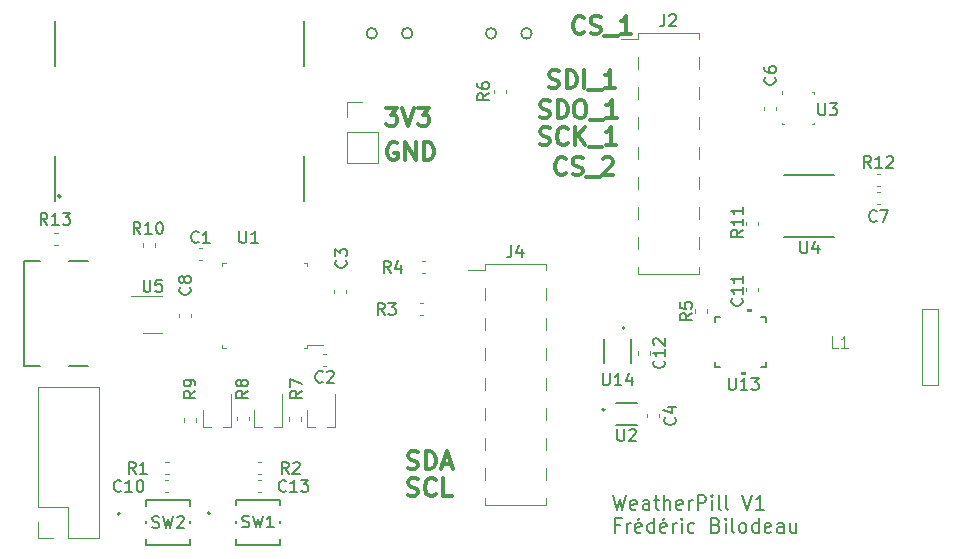
<source format=gbr>
%TF.GenerationSoftware,KiCad,Pcbnew,7.0.2*%
%TF.CreationDate,2023-06-14T22:37:39-04:00*%
%TF.ProjectId,WeatherPill,57656174-6865-4725-9069-6c6c2e6b6963,rev?*%
%TF.SameCoordinates,Original*%
%TF.FileFunction,Legend,Top*%
%TF.FilePolarity,Positive*%
%FSLAX46Y46*%
G04 Gerber Fmt 4.6, Leading zero omitted, Abs format (unit mm)*
G04 Created by KiCad (PCBNEW 7.0.2) date 2023-06-14 22:37:39*
%MOMM*%
%LPD*%
G01*
G04 APERTURE LIST*
%ADD10C,0.150000*%
%ADD11C,0.300000*%
%ADD12C,0.100000*%
%ADD13C,0.120000*%
%ADD14C,0.152400*%
%ADD15C,0.200000*%
%ADD16C,0.127000*%
G04 APERTURE END LIST*
D10*
X99993428Y-172477142D02*
X100279142Y-173677142D01*
X100279142Y-173677142D02*
X100507714Y-172820000D01*
X100507714Y-172820000D02*
X100736285Y-173677142D01*
X100736285Y-173677142D02*
X101022000Y-172477142D01*
X101936286Y-173620000D02*
X101822000Y-173677142D01*
X101822000Y-173677142D02*
X101593429Y-173677142D01*
X101593429Y-173677142D02*
X101479143Y-173620000D01*
X101479143Y-173620000D02*
X101422000Y-173505714D01*
X101422000Y-173505714D02*
X101422000Y-173048571D01*
X101422000Y-173048571D02*
X101479143Y-172934285D01*
X101479143Y-172934285D02*
X101593429Y-172877142D01*
X101593429Y-172877142D02*
X101822000Y-172877142D01*
X101822000Y-172877142D02*
X101936286Y-172934285D01*
X101936286Y-172934285D02*
X101993429Y-173048571D01*
X101993429Y-173048571D02*
X101993429Y-173162857D01*
X101993429Y-173162857D02*
X101422000Y-173277142D01*
X103022000Y-173677142D02*
X103022000Y-173048571D01*
X103022000Y-173048571D02*
X102964857Y-172934285D01*
X102964857Y-172934285D02*
X102850571Y-172877142D01*
X102850571Y-172877142D02*
X102622000Y-172877142D01*
X102622000Y-172877142D02*
X102507714Y-172934285D01*
X103022000Y-173620000D02*
X102907714Y-173677142D01*
X102907714Y-173677142D02*
X102622000Y-173677142D01*
X102622000Y-173677142D02*
X102507714Y-173620000D01*
X102507714Y-173620000D02*
X102450571Y-173505714D01*
X102450571Y-173505714D02*
X102450571Y-173391428D01*
X102450571Y-173391428D02*
X102507714Y-173277142D01*
X102507714Y-173277142D02*
X102622000Y-173220000D01*
X102622000Y-173220000D02*
X102907714Y-173220000D01*
X102907714Y-173220000D02*
X103022000Y-173162857D01*
X103421999Y-172877142D02*
X103879142Y-172877142D01*
X103593428Y-172477142D02*
X103593428Y-173505714D01*
X103593428Y-173505714D02*
X103650571Y-173620000D01*
X103650571Y-173620000D02*
X103764856Y-173677142D01*
X103764856Y-173677142D02*
X103879142Y-173677142D01*
X104279142Y-173677142D02*
X104279142Y-172477142D01*
X104793428Y-173677142D02*
X104793428Y-173048571D01*
X104793428Y-173048571D02*
X104736285Y-172934285D01*
X104736285Y-172934285D02*
X104621999Y-172877142D01*
X104621999Y-172877142D02*
X104450570Y-172877142D01*
X104450570Y-172877142D02*
X104336285Y-172934285D01*
X104336285Y-172934285D02*
X104279142Y-172991428D01*
X105821999Y-173620000D02*
X105707713Y-173677142D01*
X105707713Y-173677142D02*
X105479142Y-173677142D01*
X105479142Y-173677142D02*
X105364856Y-173620000D01*
X105364856Y-173620000D02*
X105307713Y-173505714D01*
X105307713Y-173505714D02*
X105307713Y-173048571D01*
X105307713Y-173048571D02*
X105364856Y-172934285D01*
X105364856Y-172934285D02*
X105479142Y-172877142D01*
X105479142Y-172877142D02*
X105707713Y-172877142D01*
X105707713Y-172877142D02*
X105821999Y-172934285D01*
X105821999Y-172934285D02*
X105879142Y-173048571D01*
X105879142Y-173048571D02*
X105879142Y-173162857D01*
X105879142Y-173162857D02*
X105307713Y-173277142D01*
X106393427Y-173677142D02*
X106393427Y-172877142D01*
X106393427Y-173105714D02*
X106450570Y-172991428D01*
X106450570Y-172991428D02*
X106507713Y-172934285D01*
X106507713Y-172934285D02*
X106621998Y-172877142D01*
X106621998Y-172877142D02*
X106736284Y-172877142D01*
X107136284Y-173677142D02*
X107136284Y-172477142D01*
X107136284Y-172477142D02*
X107593427Y-172477142D01*
X107593427Y-172477142D02*
X107707712Y-172534285D01*
X107707712Y-172534285D02*
X107764855Y-172591428D01*
X107764855Y-172591428D02*
X107821998Y-172705714D01*
X107821998Y-172705714D02*
X107821998Y-172877142D01*
X107821998Y-172877142D02*
X107764855Y-172991428D01*
X107764855Y-172991428D02*
X107707712Y-173048571D01*
X107707712Y-173048571D02*
X107593427Y-173105714D01*
X107593427Y-173105714D02*
X107136284Y-173105714D01*
X108336284Y-173677142D02*
X108336284Y-172877142D01*
X108336284Y-172477142D02*
X108279141Y-172534285D01*
X108279141Y-172534285D02*
X108336284Y-172591428D01*
X108336284Y-172591428D02*
X108393427Y-172534285D01*
X108393427Y-172534285D02*
X108336284Y-172477142D01*
X108336284Y-172477142D02*
X108336284Y-172591428D01*
X109079141Y-173677142D02*
X108964856Y-173620000D01*
X108964856Y-173620000D02*
X108907713Y-173505714D01*
X108907713Y-173505714D02*
X108907713Y-172477142D01*
X109707712Y-173677142D02*
X109593427Y-173620000D01*
X109593427Y-173620000D02*
X109536284Y-173505714D01*
X109536284Y-173505714D02*
X109536284Y-172477142D01*
X110907712Y-172477142D02*
X111307712Y-173677142D01*
X111307712Y-173677142D02*
X111707712Y-172477142D01*
X112736283Y-173677142D02*
X112050569Y-173677142D01*
X112393426Y-173677142D02*
X112393426Y-172477142D01*
X112393426Y-172477142D02*
X112279140Y-172648571D01*
X112279140Y-172648571D02*
X112164855Y-172762857D01*
X112164855Y-172762857D02*
X112050569Y-172820000D01*
X100507714Y-174992571D02*
X100107714Y-174992571D01*
X100107714Y-175621142D02*
X100107714Y-174421142D01*
X100107714Y-174421142D02*
X100679142Y-174421142D01*
X101136285Y-175621142D02*
X101136285Y-174821142D01*
X101136285Y-175049714D02*
X101193428Y-174935428D01*
X101193428Y-174935428D02*
X101250571Y-174878285D01*
X101250571Y-174878285D02*
X101364856Y-174821142D01*
X101364856Y-174821142D02*
X101479142Y-174821142D01*
X102336285Y-175564000D02*
X102221999Y-175621142D01*
X102221999Y-175621142D02*
X101993428Y-175621142D01*
X101993428Y-175621142D02*
X101879142Y-175564000D01*
X101879142Y-175564000D02*
X101821999Y-175449714D01*
X101821999Y-175449714D02*
X101821999Y-174992571D01*
X101821999Y-174992571D02*
X101879142Y-174878285D01*
X101879142Y-174878285D02*
X101993428Y-174821142D01*
X101993428Y-174821142D02*
X102221999Y-174821142D01*
X102221999Y-174821142D02*
X102336285Y-174878285D01*
X102336285Y-174878285D02*
X102393428Y-174992571D01*
X102393428Y-174992571D02*
X102393428Y-175106857D01*
X102393428Y-175106857D02*
X101821999Y-175221142D01*
X102221999Y-174364000D02*
X102050570Y-174535428D01*
X103421999Y-175621142D02*
X103421999Y-174421142D01*
X103421999Y-175564000D02*
X103307713Y-175621142D01*
X103307713Y-175621142D02*
X103079141Y-175621142D01*
X103079141Y-175621142D02*
X102964856Y-175564000D01*
X102964856Y-175564000D02*
X102907713Y-175506857D01*
X102907713Y-175506857D02*
X102850570Y-175392571D01*
X102850570Y-175392571D02*
X102850570Y-175049714D01*
X102850570Y-175049714D02*
X102907713Y-174935428D01*
X102907713Y-174935428D02*
X102964856Y-174878285D01*
X102964856Y-174878285D02*
X103079141Y-174821142D01*
X103079141Y-174821142D02*
X103307713Y-174821142D01*
X103307713Y-174821142D02*
X103421999Y-174878285D01*
X104450570Y-175564000D02*
X104336284Y-175621142D01*
X104336284Y-175621142D02*
X104107713Y-175621142D01*
X104107713Y-175621142D02*
X103993427Y-175564000D01*
X103993427Y-175564000D02*
X103936284Y-175449714D01*
X103936284Y-175449714D02*
X103936284Y-174992571D01*
X103936284Y-174992571D02*
X103993427Y-174878285D01*
X103993427Y-174878285D02*
X104107713Y-174821142D01*
X104107713Y-174821142D02*
X104336284Y-174821142D01*
X104336284Y-174821142D02*
X104450570Y-174878285D01*
X104450570Y-174878285D02*
X104507713Y-174992571D01*
X104507713Y-174992571D02*
X104507713Y-175106857D01*
X104507713Y-175106857D02*
X103936284Y-175221142D01*
X104336284Y-174364000D02*
X104164855Y-174535428D01*
X105021998Y-175621142D02*
X105021998Y-174821142D01*
X105021998Y-175049714D02*
X105079141Y-174935428D01*
X105079141Y-174935428D02*
X105136284Y-174878285D01*
X105136284Y-174878285D02*
X105250569Y-174821142D01*
X105250569Y-174821142D02*
X105364855Y-174821142D01*
X105764855Y-175621142D02*
X105764855Y-174821142D01*
X105764855Y-174421142D02*
X105707712Y-174478285D01*
X105707712Y-174478285D02*
X105764855Y-174535428D01*
X105764855Y-174535428D02*
X105821998Y-174478285D01*
X105821998Y-174478285D02*
X105764855Y-174421142D01*
X105764855Y-174421142D02*
X105764855Y-174535428D01*
X106850570Y-175564000D02*
X106736284Y-175621142D01*
X106736284Y-175621142D02*
X106507712Y-175621142D01*
X106507712Y-175621142D02*
X106393427Y-175564000D01*
X106393427Y-175564000D02*
X106336284Y-175506857D01*
X106336284Y-175506857D02*
X106279141Y-175392571D01*
X106279141Y-175392571D02*
X106279141Y-175049714D01*
X106279141Y-175049714D02*
X106336284Y-174935428D01*
X106336284Y-174935428D02*
X106393427Y-174878285D01*
X106393427Y-174878285D02*
X106507712Y-174821142D01*
X106507712Y-174821142D02*
X106736284Y-174821142D01*
X106736284Y-174821142D02*
X106850570Y-174878285D01*
X108679141Y-174992571D02*
X108850569Y-175049714D01*
X108850569Y-175049714D02*
X108907712Y-175106857D01*
X108907712Y-175106857D02*
X108964855Y-175221142D01*
X108964855Y-175221142D02*
X108964855Y-175392571D01*
X108964855Y-175392571D02*
X108907712Y-175506857D01*
X108907712Y-175506857D02*
X108850569Y-175564000D01*
X108850569Y-175564000D02*
X108736284Y-175621142D01*
X108736284Y-175621142D02*
X108279141Y-175621142D01*
X108279141Y-175621142D02*
X108279141Y-174421142D01*
X108279141Y-174421142D02*
X108679141Y-174421142D01*
X108679141Y-174421142D02*
X108793427Y-174478285D01*
X108793427Y-174478285D02*
X108850569Y-174535428D01*
X108850569Y-174535428D02*
X108907712Y-174649714D01*
X108907712Y-174649714D02*
X108907712Y-174764000D01*
X108907712Y-174764000D02*
X108850569Y-174878285D01*
X108850569Y-174878285D02*
X108793427Y-174935428D01*
X108793427Y-174935428D02*
X108679141Y-174992571D01*
X108679141Y-174992571D02*
X108279141Y-174992571D01*
X109479141Y-175621142D02*
X109479141Y-174821142D01*
X109479141Y-174421142D02*
X109421998Y-174478285D01*
X109421998Y-174478285D02*
X109479141Y-174535428D01*
X109479141Y-174535428D02*
X109536284Y-174478285D01*
X109536284Y-174478285D02*
X109479141Y-174421142D01*
X109479141Y-174421142D02*
X109479141Y-174535428D01*
X110221998Y-175621142D02*
X110107713Y-175564000D01*
X110107713Y-175564000D02*
X110050570Y-175449714D01*
X110050570Y-175449714D02*
X110050570Y-174421142D01*
X110850569Y-175621142D02*
X110736284Y-175564000D01*
X110736284Y-175564000D02*
X110679141Y-175506857D01*
X110679141Y-175506857D02*
X110621998Y-175392571D01*
X110621998Y-175392571D02*
X110621998Y-175049714D01*
X110621998Y-175049714D02*
X110679141Y-174935428D01*
X110679141Y-174935428D02*
X110736284Y-174878285D01*
X110736284Y-174878285D02*
X110850569Y-174821142D01*
X110850569Y-174821142D02*
X111021998Y-174821142D01*
X111021998Y-174821142D02*
X111136284Y-174878285D01*
X111136284Y-174878285D02*
X111193427Y-174935428D01*
X111193427Y-174935428D02*
X111250569Y-175049714D01*
X111250569Y-175049714D02*
X111250569Y-175392571D01*
X111250569Y-175392571D02*
X111193427Y-175506857D01*
X111193427Y-175506857D02*
X111136284Y-175564000D01*
X111136284Y-175564000D02*
X111021998Y-175621142D01*
X111021998Y-175621142D02*
X110850569Y-175621142D01*
X112279141Y-175621142D02*
X112279141Y-174421142D01*
X112279141Y-175564000D02*
X112164855Y-175621142D01*
X112164855Y-175621142D02*
X111936283Y-175621142D01*
X111936283Y-175621142D02*
X111821998Y-175564000D01*
X111821998Y-175564000D02*
X111764855Y-175506857D01*
X111764855Y-175506857D02*
X111707712Y-175392571D01*
X111707712Y-175392571D02*
X111707712Y-175049714D01*
X111707712Y-175049714D02*
X111764855Y-174935428D01*
X111764855Y-174935428D02*
X111821998Y-174878285D01*
X111821998Y-174878285D02*
X111936283Y-174821142D01*
X111936283Y-174821142D02*
X112164855Y-174821142D01*
X112164855Y-174821142D02*
X112279141Y-174878285D01*
X113307712Y-175564000D02*
X113193426Y-175621142D01*
X113193426Y-175621142D02*
X112964855Y-175621142D01*
X112964855Y-175621142D02*
X112850569Y-175564000D01*
X112850569Y-175564000D02*
X112793426Y-175449714D01*
X112793426Y-175449714D02*
X112793426Y-174992571D01*
X112793426Y-174992571D02*
X112850569Y-174878285D01*
X112850569Y-174878285D02*
X112964855Y-174821142D01*
X112964855Y-174821142D02*
X113193426Y-174821142D01*
X113193426Y-174821142D02*
X113307712Y-174878285D01*
X113307712Y-174878285D02*
X113364855Y-174992571D01*
X113364855Y-174992571D02*
X113364855Y-175106857D01*
X113364855Y-175106857D02*
X112793426Y-175221142D01*
X114393426Y-175621142D02*
X114393426Y-174992571D01*
X114393426Y-174992571D02*
X114336283Y-174878285D01*
X114336283Y-174878285D02*
X114221997Y-174821142D01*
X114221997Y-174821142D02*
X113993426Y-174821142D01*
X113993426Y-174821142D02*
X113879140Y-174878285D01*
X114393426Y-175564000D02*
X114279140Y-175621142D01*
X114279140Y-175621142D02*
X113993426Y-175621142D01*
X113993426Y-175621142D02*
X113879140Y-175564000D01*
X113879140Y-175564000D02*
X113821997Y-175449714D01*
X113821997Y-175449714D02*
X113821997Y-175335428D01*
X113821997Y-175335428D02*
X113879140Y-175221142D01*
X113879140Y-175221142D02*
X113993426Y-175164000D01*
X113993426Y-175164000D02*
X114279140Y-175164000D01*
X114279140Y-175164000D02*
X114393426Y-175106857D01*
X115479140Y-174821142D02*
X115479140Y-175621142D01*
X114964854Y-174821142D02*
X114964854Y-175449714D01*
X114964854Y-175449714D02*
X115021997Y-175564000D01*
X115021997Y-175564000D02*
X115136282Y-175621142D01*
X115136282Y-175621142D02*
X115307711Y-175621142D01*
X115307711Y-175621142D02*
X115421997Y-175564000D01*
X115421997Y-175564000D02*
X115479140Y-175506857D01*
D11*
X80732285Y-139667428D02*
X81660857Y-139667428D01*
X81660857Y-139667428D02*
X81160857Y-140238857D01*
X81160857Y-140238857D02*
X81375142Y-140238857D01*
X81375142Y-140238857D02*
X81518000Y-140310285D01*
X81518000Y-140310285D02*
X81589428Y-140381714D01*
X81589428Y-140381714D02*
X81660857Y-140524571D01*
X81660857Y-140524571D02*
X81660857Y-140881714D01*
X81660857Y-140881714D02*
X81589428Y-141024571D01*
X81589428Y-141024571D02*
X81518000Y-141096000D01*
X81518000Y-141096000D02*
X81375142Y-141167428D01*
X81375142Y-141167428D02*
X80946571Y-141167428D01*
X80946571Y-141167428D02*
X80803714Y-141096000D01*
X80803714Y-141096000D02*
X80732285Y-141024571D01*
X82089428Y-139667428D02*
X82589428Y-141167428D01*
X82589428Y-141167428D02*
X83089428Y-139667428D01*
X83446570Y-139667428D02*
X84375142Y-139667428D01*
X84375142Y-139667428D02*
X83875142Y-140238857D01*
X83875142Y-140238857D02*
X84089427Y-140238857D01*
X84089427Y-140238857D02*
X84232285Y-140310285D01*
X84232285Y-140310285D02*
X84303713Y-140381714D01*
X84303713Y-140381714D02*
X84375142Y-140524571D01*
X84375142Y-140524571D02*
X84375142Y-140881714D01*
X84375142Y-140881714D02*
X84303713Y-141024571D01*
X84303713Y-141024571D02*
X84232285Y-141096000D01*
X84232285Y-141096000D02*
X84089427Y-141167428D01*
X84089427Y-141167428D02*
X83660856Y-141167428D01*
X83660856Y-141167428D02*
X83517999Y-141096000D01*
X83517999Y-141096000D02*
X83446570Y-141024571D01*
X81660857Y-142659857D02*
X81518000Y-142588428D01*
X81518000Y-142588428D02*
X81303714Y-142588428D01*
X81303714Y-142588428D02*
X81089428Y-142659857D01*
X81089428Y-142659857D02*
X80946571Y-142802714D01*
X80946571Y-142802714D02*
X80875142Y-142945571D01*
X80875142Y-142945571D02*
X80803714Y-143231285D01*
X80803714Y-143231285D02*
X80803714Y-143445571D01*
X80803714Y-143445571D02*
X80875142Y-143731285D01*
X80875142Y-143731285D02*
X80946571Y-143874142D01*
X80946571Y-143874142D02*
X81089428Y-144017000D01*
X81089428Y-144017000D02*
X81303714Y-144088428D01*
X81303714Y-144088428D02*
X81446571Y-144088428D01*
X81446571Y-144088428D02*
X81660857Y-144017000D01*
X81660857Y-144017000D02*
X81732285Y-143945571D01*
X81732285Y-143945571D02*
X81732285Y-143445571D01*
X81732285Y-143445571D02*
X81446571Y-143445571D01*
X82375142Y-144088428D02*
X82375142Y-142588428D01*
X82375142Y-142588428D02*
X83232285Y-144088428D01*
X83232285Y-144088428D02*
X83232285Y-142588428D01*
X83946571Y-144088428D02*
X83946571Y-142588428D01*
X83946571Y-142588428D02*
X84303714Y-142588428D01*
X84303714Y-142588428D02*
X84518000Y-142659857D01*
X84518000Y-142659857D02*
X84660857Y-142802714D01*
X84660857Y-142802714D02*
X84732286Y-142945571D01*
X84732286Y-142945571D02*
X84803714Y-143231285D01*
X84803714Y-143231285D02*
X84803714Y-143445571D01*
X84803714Y-143445571D02*
X84732286Y-143731285D01*
X84732286Y-143731285D02*
X84660857Y-143874142D01*
X84660857Y-143874142D02*
X84518000Y-144017000D01*
X84518000Y-144017000D02*
X84303714Y-144088428D01*
X84303714Y-144088428D02*
X83946571Y-144088428D01*
X82581714Y-172465000D02*
X82796000Y-172536428D01*
X82796000Y-172536428D02*
X83153142Y-172536428D01*
X83153142Y-172536428D02*
X83296000Y-172465000D01*
X83296000Y-172465000D02*
X83367428Y-172393571D01*
X83367428Y-172393571D02*
X83438857Y-172250714D01*
X83438857Y-172250714D02*
X83438857Y-172107857D01*
X83438857Y-172107857D02*
X83367428Y-171965000D01*
X83367428Y-171965000D02*
X83296000Y-171893571D01*
X83296000Y-171893571D02*
X83153142Y-171822142D01*
X83153142Y-171822142D02*
X82867428Y-171750714D01*
X82867428Y-171750714D02*
X82724571Y-171679285D01*
X82724571Y-171679285D02*
X82653142Y-171607857D01*
X82653142Y-171607857D02*
X82581714Y-171465000D01*
X82581714Y-171465000D02*
X82581714Y-171322142D01*
X82581714Y-171322142D02*
X82653142Y-171179285D01*
X82653142Y-171179285D02*
X82724571Y-171107857D01*
X82724571Y-171107857D02*
X82867428Y-171036428D01*
X82867428Y-171036428D02*
X83224571Y-171036428D01*
X83224571Y-171036428D02*
X83438857Y-171107857D01*
X84938856Y-172393571D02*
X84867428Y-172465000D01*
X84867428Y-172465000D02*
X84653142Y-172536428D01*
X84653142Y-172536428D02*
X84510285Y-172536428D01*
X84510285Y-172536428D02*
X84295999Y-172465000D01*
X84295999Y-172465000D02*
X84153142Y-172322142D01*
X84153142Y-172322142D02*
X84081713Y-172179285D01*
X84081713Y-172179285D02*
X84010285Y-171893571D01*
X84010285Y-171893571D02*
X84010285Y-171679285D01*
X84010285Y-171679285D02*
X84081713Y-171393571D01*
X84081713Y-171393571D02*
X84153142Y-171250714D01*
X84153142Y-171250714D02*
X84295999Y-171107857D01*
X84295999Y-171107857D02*
X84510285Y-171036428D01*
X84510285Y-171036428D02*
X84653142Y-171036428D01*
X84653142Y-171036428D02*
X84867428Y-171107857D01*
X84867428Y-171107857D02*
X84938856Y-171179285D01*
X86295999Y-172536428D02*
X85581713Y-172536428D01*
X85581713Y-172536428D02*
X85581713Y-171036428D01*
X97480285Y-133277571D02*
X97408857Y-133349000D01*
X97408857Y-133349000D02*
X97194571Y-133420428D01*
X97194571Y-133420428D02*
X97051714Y-133420428D01*
X97051714Y-133420428D02*
X96837428Y-133349000D01*
X96837428Y-133349000D02*
X96694571Y-133206142D01*
X96694571Y-133206142D02*
X96623142Y-133063285D01*
X96623142Y-133063285D02*
X96551714Y-132777571D01*
X96551714Y-132777571D02*
X96551714Y-132563285D01*
X96551714Y-132563285D02*
X96623142Y-132277571D01*
X96623142Y-132277571D02*
X96694571Y-132134714D01*
X96694571Y-132134714D02*
X96837428Y-131991857D01*
X96837428Y-131991857D02*
X97051714Y-131920428D01*
X97051714Y-131920428D02*
X97194571Y-131920428D01*
X97194571Y-131920428D02*
X97408857Y-131991857D01*
X97408857Y-131991857D02*
X97480285Y-132063285D01*
X98051714Y-133349000D02*
X98266000Y-133420428D01*
X98266000Y-133420428D02*
X98623142Y-133420428D01*
X98623142Y-133420428D02*
X98766000Y-133349000D01*
X98766000Y-133349000D02*
X98837428Y-133277571D01*
X98837428Y-133277571D02*
X98908857Y-133134714D01*
X98908857Y-133134714D02*
X98908857Y-132991857D01*
X98908857Y-132991857D02*
X98837428Y-132849000D01*
X98837428Y-132849000D02*
X98766000Y-132777571D01*
X98766000Y-132777571D02*
X98623142Y-132706142D01*
X98623142Y-132706142D02*
X98337428Y-132634714D01*
X98337428Y-132634714D02*
X98194571Y-132563285D01*
X98194571Y-132563285D02*
X98123142Y-132491857D01*
X98123142Y-132491857D02*
X98051714Y-132349000D01*
X98051714Y-132349000D02*
X98051714Y-132206142D01*
X98051714Y-132206142D02*
X98123142Y-132063285D01*
X98123142Y-132063285D02*
X98194571Y-131991857D01*
X98194571Y-131991857D02*
X98337428Y-131920428D01*
X98337428Y-131920428D02*
X98694571Y-131920428D01*
X98694571Y-131920428D02*
X98908857Y-131991857D01*
X99194571Y-133563285D02*
X100337428Y-133563285D01*
X101480285Y-133420428D02*
X100623142Y-133420428D01*
X101051713Y-133420428D02*
X101051713Y-131920428D01*
X101051713Y-131920428D02*
X100908856Y-132134714D01*
X100908856Y-132134714D02*
X100765999Y-132277571D01*
X100765999Y-132277571D02*
X100623142Y-132349000D01*
X82581714Y-170179000D02*
X82796000Y-170250428D01*
X82796000Y-170250428D02*
X83153142Y-170250428D01*
X83153142Y-170250428D02*
X83296000Y-170179000D01*
X83296000Y-170179000D02*
X83367428Y-170107571D01*
X83367428Y-170107571D02*
X83438857Y-169964714D01*
X83438857Y-169964714D02*
X83438857Y-169821857D01*
X83438857Y-169821857D02*
X83367428Y-169679000D01*
X83367428Y-169679000D02*
X83296000Y-169607571D01*
X83296000Y-169607571D02*
X83153142Y-169536142D01*
X83153142Y-169536142D02*
X82867428Y-169464714D01*
X82867428Y-169464714D02*
X82724571Y-169393285D01*
X82724571Y-169393285D02*
X82653142Y-169321857D01*
X82653142Y-169321857D02*
X82581714Y-169179000D01*
X82581714Y-169179000D02*
X82581714Y-169036142D01*
X82581714Y-169036142D02*
X82653142Y-168893285D01*
X82653142Y-168893285D02*
X82724571Y-168821857D01*
X82724571Y-168821857D02*
X82867428Y-168750428D01*
X82867428Y-168750428D02*
X83224571Y-168750428D01*
X83224571Y-168750428D02*
X83438857Y-168821857D01*
X84081713Y-170250428D02*
X84081713Y-168750428D01*
X84081713Y-168750428D02*
X84438856Y-168750428D01*
X84438856Y-168750428D02*
X84653142Y-168821857D01*
X84653142Y-168821857D02*
X84795999Y-168964714D01*
X84795999Y-168964714D02*
X84867428Y-169107571D01*
X84867428Y-169107571D02*
X84938856Y-169393285D01*
X84938856Y-169393285D02*
X84938856Y-169607571D01*
X84938856Y-169607571D02*
X84867428Y-169893285D01*
X84867428Y-169893285D02*
X84795999Y-170036142D01*
X84795999Y-170036142D02*
X84653142Y-170179000D01*
X84653142Y-170179000D02*
X84438856Y-170250428D01*
X84438856Y-170250428D02*
X84081713Y-170250428D01*
X85510285Y-169821857D02*
X86224571Y-169821857D01*
X85367428Y-170250428D02*
X85867428Y-168750428D01*
X85867428Y-168750428D02*
X86367428Y-170250428D01*
X93757714Y-140461000D02*
X93972000Y-140532428D01*
X93972000Y-140532428D02*
X94329142Y-140532428D01*
X94329142Y-140532428D02*
X94472000Y-140461000D01*
X94472000Y-140461000D02*
X94543428Y-140389571D01*
X94543428Y-140389571D02*
X94614857Y-140246714D01*
X94614857Y-140246714D02*
X94614857Y-140103857D01*
X94614857Y-140103857D02*
X94543428Y-139961000D01*
X94543428Y-139961000D02*
X94472000Y-139889571D01*
X94472000Y-139889571D02*
X94329142Y-139818142D01*
X94329142Y-139818142D02*
X94043428Y-139746714D01*
X94043428Y-139746714D02*
X93900571Y-139675285D01*
X93900571Y-139675285D02*
X93829142Y-139603857D01*
X93829142Y-139603857D02*
X93757714Y-139461000D01*
X93757714Y-139461000D02*
X93757714Y-139318142D01*
X93757714Y-139318142D02*
X93829142Y-139175285D01*
X93829142Y-139175285D02*
X93900571Y-139103857D01*
X93900571Y-139103857D02*
X94043428Y-139032428D01*
X94043428Y-139032428D02*
X94400571Y-139032428D01*
X94400571Y-139032428D02*
X94614857Y-139103857D01*
X95257713Y-140532428D02*
X95257713Y-139032428D01*
X95257713Y-139032428D02*
X95614856Y-139032428D01*
X95614856Y-139032428D02*
X95829142Y-139103857D01*
X95829142Y-139103857D02*
X95971999Y-139246714D01*
X95971999Y-139246714D02*
X96043428Y-139389571D01*
X96043428Y-139389571D02*
X96114856Y-139675285D01*
X96114856Y-139675285D02*
X96114856Y-139889571D01*
X96114856Y-139889571D02*
X96043428Y-140175285D01*
X96043428Y-140175285D02*
X95971999Y-140318142D01*
X95971999Y-140318142D02*
X95829142Y-140461000D01*
X95829142Y-140461000D02*
X95614856Y-140532428D01*
X95614856Y-140532428D02*
X95257713Y-140532428D01*
X97043428Y-139032428D02*
X97329142Y-139032428D01*
X97329142Y-139032428D02*
X97471999Y-139103857D01*
X97471999Y-139103857D02*
X97614856Y-139246714D01*
X97614856Y-139246714D02*
X97686285Y-139532428D01*
X97686285Y-139532428D02*
X97686285Y-140032428D01*
X97686285Y-140032428D02*
X97614856Y-140318142D01*
X97614856Y-140318142D02*
X97471999Y-140461000D01*
X97471999Y-140461000D02*
X97329142Y-140532428D01*
X97329142Y-140532428D02*
X97043428Y-140532428D01*
X97043428Y-140532428D02*
X96900571Y-140461000D01*
X96900571Y-140461000D02*
X96757713Y-140318142D01*
X96757713Y-140318142D02*
X96686285Y-140032428D01*
X96686285Y-140032428D02*
X96686285Y-139532428D01*
X96686285Y-139532428D02*
X96757713Y-139246714D01*
X96757713Y-139246714D02*
X96900571Y-139103857D01*
X96900571Y-139103857D02*
X97043428Y-139032428D01*
X97972000Y-140675285D02*
X99114857Y-140675285D01*
X100257714Y-140532428D02*
X99400571Y-140532428D01*
X99829142Y-140532428D02*
X99829142Y-139032428D01*
X99829142Y-139032428D02*
X99686285Y-139246714D01*
X99686285Y-139246714D02*
X99543428Y-139389571D01*
X99543428Y-139389571D02*
X99400571Y-139461000D01*
X95956285Y-145215571D02*
X95884857Y-145287000D01*
X95884857Y-145287000D02*
X95670571Y-145358428D01*
X95670571Y-145358428D02*
X95527714Y-145358428D01*
X95527714Y-145358428D02*
X95313428Y-145287000D01*
X95313428Y-145287000D02*
X95170571Y-145144142D01*
X95170571Y-145144142D02*
X95099142Y-145001285D01*
X95099142Y-145001285D02*
X95027714Y-144715571D01*
X95027714Y-144715571D02*
X95027714Y-144501285D01*
X95027714Y-144501285D02*
X95099142Y-144215571D01*
X95099142Y-144215571D02*
X95170571Y-144072714D01*
X95170571Y-144072714D02*
X95313428Y-143929857D01*
X95313428Y-143929857D02*
X95527714Y-143858428D01*
X95527714Y-143858428D02*
X95670571Y-143858428D01*
X95670571Y-143858428D02*
X95884857Y-143929857D01*
X95884857Y-143929857D02*
X95956285Y-144001285D01*
X96527714Y-145287000D02*
X96742000Y-145358428D01*
X96742000Y-145358428D02*
X97099142Y-145358428D01*
X97099142Y-145358428D02*
X97242000Y-145287000D01*
X97242000Y-145287000D02*
X97313428Y-145215571D01*
X97313428Y-145215571D02*
X97384857Y-145072714D01*
X97384857Y-145072714D02*
X97384857Y-144929857D01*
X97384857Y-144929857D02*
X97313428Y-144787000D01*
X97313428Y-144787000D02*
X97242000Y-144715571D01*
X97242000Y-144715571D02*
X97099142Y-144644142D01*
X97099142Y-144644142D02*
X96813428Y-144572714D01*
X96813428Y-144572714D02*
X96670571Y-144501285D01*
X96670571Y-144501285D02*
X96599142Y-144429857D01*
X96599142Y-144429857D02*
X96527714Y-144287000D01*
X96527714Y-144287000D02*
X96527714Y-144144142D01*
X96527714Y-144144142D02*
X96599142Y-144001285D01*
X96599142Y-144001285D02*
X96670571Y-143929857D01*
X96670571Y-143929857D02*
X96813428Y-143858428D01*
X96813428Y-143858428D02*
X97170571Y-143858428D01*
X97170571Y-143858428D02*
X97384857Y-143929857D01*
X97670571Y-145501285D02*
X98813428Y-145501285D01*
X99099142Y-144001285D02*
X99170570Y-143929857D01*
X99170570Y-143929857D02*
X99313428Y-143858428D01*
X99313428Y-143858428D02*
X99670570Y-143858428D01*
X99670570Y-143858428D02*
X99813428Y-143929857D01*
X99813428Y-143929857D02*
X99884856Y-144001285D01*
X99884856Y-144001285D02*
X99956285Y-144144142D01*
X99956285Y-144144142D02*
X99956285Y-144287000D01*
X99956285Y-144287000D02*
X99884856Y-144501285D01*
X99884856Y-144501285D02*
X99027713Y-145358428D01*
X99027713Y-145358428D02*
X99956285Y-145358428D01*
X94519714Y-137921000D02*
X94734000Y-137992428D01*
X94734000Y-137992428D02*
X95091142Y-137992428D01*
X95091142Y-137992428D02*
X95234000Y-137921000D01*
X95234000Y-137921000D02*
X95305428Y-137849571D01*
X95305428Y-137849571D02*
X95376857Y-137706714D01*
X95376857Y-137706714D02*
X95376857Y-137563857D01*
X95376857Y-137563857D02*
X95305428Y-137421000D01*
X95305428Y-137421000D02*
X95234000Y-137349571D01*
X95234000Y-137349571D02*
X95091142Y-137278142D01*
X95091142Y-137278142D02*
X94805428Y-137206714D01*
X94805428Y-137206714D02*
X94662571Y-137135285D01*
X94662571Y-137135285D02*
X94591142Y-137063857D01*
X94591142Y-137063857D02*
X94519714Y-136921000D01*
X94519714Y-136921000D02*
X94519714Y-136778142D01*
X94519714Y-136778142D02*
X94591142Y-136635285D01*
X94591142Y-136635285D02*
X94662571Y-136563857D01*
X94662571Y-136563857D02*
X94805428Y-136492428D01*
X94805428Y-136492428D02*
X95162571Y-136492428D01*
X95162571Y-136492428D02*
X95376857Y-136563857D01*
X96019713Y-137992428D02*
X96019713Y-136492428D01*
X96019713Y-136492428D02*
X96376856Y-136492428D01*
X96376856Y-136492428D02*
X96591142Y-136563857D01*
X96591142Y-136563857D02*
X96733999Y-136706714D01*
X96733999Y-136706714D02*
X96805428Y-136849571D01*
X96805428Y-136849571D02*
X96876856Y-137135285D01*
X96876856Y-137135285D02*
X96876856Y-137349571D01*
X96876856Y-137349571D02*
X96805428Y-137635285D01*
X96805428Y-137635285D02*
X96733999Y-137778142D01*
X96733999Y-137778142D02*
X96591142Y-137921000D01*
X96591142Y-137921000D02*
X96376856Y-137992428D01*
X96376856Y-137992428D02*
X96019713Y-137992428D01*
X97519713Y-137992428D02*
X97519713Y-136492428D01*
X97876857Y-138135285D02*
X99019714Y-138135285D01*
X100162571Y-137992428D02*
X99305428Y-137992428D01*
X99733999Y-137992428D02*
X99733999Y-136492428D01*
X99733999Y-136492428D02*
X99591142Y-136706714D01*
X99591142Y-136706714D02*
X99448285Y-136849571D01*
X99448285Y-136849571D02*
X99305428Y-136921000D01*
X93757714Y-142747000D02*
X93972000Y-142818428D01*
X93972000Y-142818428D02*
X94329142Y-142818428D01*
X94329142Y-142818428D02*
X94472000Y-142747000D01*
X94472000Y-142747000D02*
X94543428Y-142675571D01*
X94543428Y-142675571D02*
X94614857Y-142532714D01*
X94614857Y-142532714D02*
X94614857Y-142389857D01*
X94614857Y-142389857D02*
X94543428Y-142247000D01*
X94543428Y-142247000D02*
X94472000Y-142175571D01*
X94472000Y-142175571D02*
X94329142Y-142104142D01*
X94329142Y-142104142D02*
X94043428Y-142032714D01*
X94043428Y-142032714D02*
X93900571Y-141961285D01*
X93900571Y-141961285D02*
X93829142Y-141889857D01*
X93829142Y-141889857D02*
X93757714Y-141747000D01*
X93757714Y-141747000D02*
X93757714Y-141604142D01*
X93757714Y-141604142D02*
X93829142Y-141461285D01*
X93829142Y-141461285D02*
X93900571Y-141389857D01*
X93900571Y-141389857D02*
X94043428Y-141318428D01*
X94043428Y-141318428D02*
X94400571Y-141318428D01*
X94400571Y-141318428D02*
X94614857Y-141389857D01*
X96114856Y-142675571D02*
X96043428Y-142747000D01*
X96043428Y-142747000D02*
X95829142Y-142818428D01*
X95829142Y-142818428D02*
X95686285Y-142818428D01*
X95686285Y-142818428D02*
X95471999Y-142747000D01*
X95471999Y-142747000D02*
X95329142Y-142604142D01*
X95329142Y-142604142D02*
X95257713Y-142461285D01*
X95257713Y-142461285D02*
X95186285Y-142175571D01*
X95186285Y-142175571D02*
X95186285Y-141961285D01*
X95186285Y-141961285D02*
X95257713Y-141675571D01*
X95257713Y-141675571D02*
X95329142Y-141532714D01*
X95329142Y-141532714D02*
X95471999Y-141389857D01*
X95471999Y-141389857D02*
X95686285Y-141318428D01*
X95686285Y-141318428D02*
X95829142Y-141318428D01*
X95829142Y-141318428D02*
X96043428Y-141389857D01*
X96043428Y-141389857D02*
X96114856Y-141461285D01*
X96757713Y-142818428D02*
X96757713Y-141318428D01*
X97614856Y-142818428D02*
X96971999Y-141961285D01*
X97614856Y-141318428D02*
X96757713Y-142175571D01*
X97900571Y-142961285D02*
X99043428Y-142961285D01*
X100186285Y-142818428D02*
X99329142Y-142818428D01*
X99757713Y-142818428D02*
X99757713Y-141318428D01*
X99757713Y-141318428D02*
X99614856Y-141532714D01*
X99614856Y-141532714D02*
X99471999Y-141675571D01*
X99471999Y-141675571D02*
X99329142Y-141747000D01*
D10*
%TO.C,U5*%
X60208595Y-154222619D02*
X60208595Y-155032142D01*
X60208595Y-155032142D02*
X60256214Y-155127380D01*
X60256214Y-155127380D02*
X60303833Y-155175000D01*
X60303833Y-155175000D02*
X60399071Y-155222619D01*
X60399071Y-155222619D02*
X60589547Y-155222619D01*
X60589547Y-155222619D02*
X60684785Y-155175000D01*
X60684785Y-155175000D02*
X60732404Y-155127380D01*
X60732404Y-155127380D02*
X60780023Y-155032142D01*
X60780023Y-155032142D02*
X60780023Y-154222619D01*
X61732404Y-154222619D02*
X61256214Y-154222619D01*
X61256214Y-154222619D02*
X61208595Y-154698809D01*
X61208595Y-154698809D02*
X61256214Y-154651190D01*
X61256214Y-154651190D02*
X61351452Y-154603571D01*
X61351452Y-154603571D02*
X61589547Y-154603571D01*
X61589547Y-154603571D02*
X61684785Y-154651190D01*
X61684785Y-154651190D02*
X61732404Y-154698809D01*
X61732404Y-154698809D02*
X61780023Y-154794047D01*
X61780023Y-154794047D02*
X61780023Y-155032142D01*
X61780023Y-155032142D02*
X61732404Y-155127380D01*
X61732404Y-155127380D02*
X61684785Y-155175000D01*
X61684785Y-155175000D02*
X61589547Y-155222619D01*
X61589547Y-155222619D02*
X61351452Y-155222619D01*
X61351452Y-155222619D02*
X61256214Y-155175000D01*
X61256214Y-155175000D02*
X61208595Y-155127380D01*
%TO.C,C7*%
X122261333Y-149211380D02*
X122213714Y-149259000D01*
X122213714Y-149259000D02*
X122070857Y-149306619D01*
X122070857Y-149306619D02*
X121975619Y-149306619D01*
X121975619Y-149306619D02*
X121832762Y-149259000D01*
X121832762Y-149259000D02*
X121737524Y-149163761D01*
X121737524Y-149163761D02*
X121689905Y-149068523D01*
X121689905Y-149068523D02*
X121642286Y-148878047D01*
X121642286Y-148878047D02*
X121642286Y-148735190D01*
X121642286Y-148735190D02*
X121689905Y-148544714D01*
X121689905Y-148544714D02*
X121737524Y-148449476D01*
X121737524Y-148449476D02*
X121832762Y-148354238D01*
X121832762Y-148354238D02*
X121975619Y-148306619D01*
X121975619Y-148306619D02*
X122070857Y-148306619D01*
X122070857Y-148306619D02*
X122213714Y-148354238D01*
X122213714Y-148354238D02*
X122261333Y-148401857D01*
X122594667Y-148306619D02*
X123261333Y-148306619D01*
X123261333Y-148306619D02*
X122832762Y-149306619D01*
%TO.C,R9*%
X64597619Y-163615666D02*
X64121428Y-163948999D01*
X64597619Y-164187094D02*
X63597619Y-164187094D01*
X63597619Y-164187094D02*
X63597619Y-163806142D01*
X63597619Y-163806142D02*
X63645238Y-163710904D01*
X63645238Y-163710904D02*
X63692857Y-163663285D01*
X63692857Y-163663285D02*
X63788095Y-163615666D01*
X63788095Y-163615666D02*
X63930952Y-163615666D01*
X63930952Y-163615666D02*
X64026190Y-163663285D01*
X64026190Y-163663285D02*
X64073809Y-163710904D01*
X64073809Y-163710904D02*
X64121428Y-163806142D01*
X64121428Y-163806142D02*
X64121428Y-164187094D01*
X64597619Y-163139475D02*
X64597619Y-162948999D01*
X64597619Y-162948999D02*
X64550000Y-162853761D01*
X64550000Y-162853761D02*
X64502380Y-162806142D01*
X64502380Y-162806142D02*
X64359523Y-162710904D01*
X64359523Y-162710904D02*
X64169047Y-162663285D01*
X64169047Y-162663285D02*
X63788095Y-162663285D01*
X63788095Y-162663285D02*
X63692857Y-162710904D01*
X63692857Y-162710904D02*
X63645238Y-162758523D01*
X63645238Y-162758523D02*
X63597619Y-162853761D01*
X63597619Y-162853761D02*
X63597619Y-163044237D01*
X63597619Y-163044237D02*
X63645238Y-163139475D01*
X63645238Y-163139475D02*
X63692857Y-163187094D01*
X63692857Y-163187094D02*
X63788095Y-163234713D01*
X63788095Y-163234713D02*
X64026190Y-163234713D01*
X64026190Y-163234713D02*
X64121428Y-163187094D01*
X64121428Y-163187094D02*
X64169047Y-163139475D01*
X64169047Y-163139475D02*
X64216666Y-163044237D01*
X64216666Y-163044237D02*
X64216666Y-162853761D01*
X64216666Y-162853761D02*
X64169047Y-162758523D01*
X64169047Y-162758523D02*
X64121428Y-162710904D01*
X64121428Y-162710904D02*
X64026190Y-162663285D01*
%TO.C,C6*%
X113651380Y-137072666D02*
X113699000Y-137120285D01*
X113699000Y-137120285D02*
X113746619Y-137263142D01*
X113746619Y-137263142D02*
X113746619Y-137358380D01*
X113746619Y-137358380D02*
X113699000Y-137501237D01*
X113699000Y-137501237D02*
X113603761Y-137596475D01*
X113603761Y-137596475D02*
X113508523Y-137644094D01*
X113508523Y-137644094D02*
X113318047Y-137691713D01*
X113318047Y-137691713D02*
X113175190Y-137691713D01*
X113175190Y-137691713D02*
X112984714Y-137644094D01*
X112984714Y-137644094D02*
X112889476Y-137596475D01*
X112889476Y-137596475D02*
X112794238Y-137501237D01*
X112794238Y-137501237D02*
X112746619Y-137358380D01*
X112746619Y-137358380D02*
X112746619Y-137263142D01*
X112746619Y-137263142D02*
X112794238Y-137120285D01*
X112794238Y-137120285D02*
X112841857Y-137072666D01*
X112746619Y-136215523D02*
X112746619Y-136405999D01*
X112746619Y-136405999D02*
X112794238Y-136501237D01*
X112794238Y-136501237D02*
X112841857Y-136548856D01*
X112841857Y-136548856D02*
X112984714Y-136644094D01*
X112984714Y-136644094D02*
X113175190Y-136691713D01*
X113175190Y-136691713D02*
X113556142Y-136691713D01*
X113556142Y-136691713D02*
X113651380Y-136644094D01*
X113651380Y-136644094D02*
X113699000Y-136596475D01*
X113699000Y-136596475D02*
X113746619Y-136501237D01*
X113746619Y-136501237D02*
X113746619Y-136310761D01*
X113746619Y-136310761D02*
X113699000Y-136215523D01*
X113699000Y-136215523D02*
X113651380Y-136167904D01*
X113651380Y-136167904D02*
X113556142Y-136120285D01*
X113556142Y-136120285D02*
X113318047Y-136120285D01*
X113318047Y-136120285D02*
X113222809Y-136167904D01*
X113222809Y-136167904D02*
X113175190Y-136215523D01*
X113175190Y-136215523D02*
X113127571Y-136310761D01*
X113127571Y-136310761D02*
X113127571Y-136501237D01*
X113127571Y-136501237D02*
X113175190Y-136596475D01*
X113175190Y-136596475D02*
X113222809Y-136644094D01*
X113222809Y-136644094D02*
X113318047Y-136691713D01*
%TO.C,J4*%
X91345666Y-151310619D02*
X91345666Y-152024904D01*
X91345666Y-152024904D02*
X91298047Y-152167761D01*
X91298047Y-152167761D02*
X91202809Y-152263000D01*
X91202809Y-152263000D02*
X91059952Y-152310619D01*
X91059952Y-152310619D02*
X90964714Y-152310619D01*
X92250428Y-151643952D02*
X92250428Y-152310619D01*
X92012333Y-151263000D02*
X91774238Y-151977285D01*
X91774238Y-151977285D02*
X92393285Y-151977285D01*
%TO.C,R10*%
X59936142Y-150322619D02*
X59602809Y-149846428D01*
X59364714Y-150322619D02*
X59364714Y-149322619D01*
X59364714Y-149322619D02*
X59745666Y-149322619D01*
X59745666Y-149322619D02*
X59840904Y-149370238D01*
X59840904Y-149370238D02*
X59888523Y-149417857D01*
X59888523Y-149417857D02*
X59936142Y-149513095D01*
X59936142Y-149513095D02*
X59936142Y-149655952D01*
X59936142Y-149655952D02*
X59888523Y-149751190D01*
X59888523Y-149751190D02*
X59840904Y-149798809D01*
X59840904Y-149798809D02*
X59745666Y-149846428D01*
X59745666Y-149846428D02*
X59364714Y-149846428D01*
X60888523Y-150322619D02*
X60317095Y-150322619D01*
X60602809Y-150322619D02*
X60602809Y-149322619D01*
X60602809Y-149322619D02*
X60507571Y-149465476D01*
X60507571Y-149465476D02*
X60412333Y-149560714D01*
X60412333Y-149560714D02*
X60317095Y-149608333D01*
X61507571Y-149322619D02*
X61602809Y-149322619D01*
X61602809Y-149322619D02*
X61698047Y-149370238D01*
X61698047Y-149370238D02*
X61745666Y-149417857D01*
X61745666Y-149417857D02*
X61793285Y-149513095D01*
X61793285Y-149513095D02*
X61840904Y-149703571D01*
X61840904Y-149703571D02*
X61840904Y-149941666D01*
X61840904Y-149941666D02*
X61793285Y-150132142D01*
X61793285Y-150132142D02*
X61745666Y-150227380D01*
X61745666Y-150227380D02*
X61698047Y-150275000D01*
X61698047Y-150275000D02*
X61602809Y-150322619D01*
X61602809Y-150322619D02*
X61507571Y-150322619D01*
X61507571Y-150322619D02*
X61412333Y-150275000D01*
X61412333Y-150275000D02*
X61364714Y-150227380D01*
X61364714Y-150227380D02*
X61317095Y-150132142D01*
X61317095Y-150132142D02*
X61269476Y-149941666D01*
X61269476Y-149941666D02*
X61269476Y-149703571D01*
X61269476Y-149703571D02*
X61317095Y-149513095D01*
X61317095Y-149513095D02*
X61364714Y-149417857D01*
X61364714Y-149417857D02*
X61412333Y-149370238D01*
X61412333Y-149370238D02*
X61507571Y-149322619D01*
%TO.C,R13*%
X52062142Y-149560619D02*
X51728809Y-149084428D01*
X51490714Y-149560619D02*
X51490714Y-148560619D01*
X51490714Y-148560619D02*
X51871666Y-148560619D01*
X51871666Y-148560619D02*
X51966904Y-148608238D01*
X51966904Y-148608238D02*
X52014523Y-148655857D01*
X52014523Y-148655857D02*
X52062142Y-148751095D01*
X52062142Y-148751095D02*
X52062142Y-148893952D01*
X52062142Y-148893952D02*
X52014523Y-148989190D01*
X52014523Y-148989190D02*
X51966904Y-149036809D01*
X51966904Y-149036809D02*
X51871666Y-149084428D01*
X51871666Y-149084428D02*
X51490714Y-149084428D01*
X53014523Y-149560619D02*
X52443095Y-149560619D01*
X52728809Y-149560619D02*
X52728809Y-148560619D01*
X52728809Y-148560619D02*
X52633571Y-148703476D01*
X52633571Y-148703476D02*
X52538333Y-148798714D01*
X52538333Y-148798714D02*
X52443095Y-148846333D01*
X53347857Y-148560619D02*
X53966904Y-148560619D01*
X53966904Y-148560619D02*
X53633571Y-148941571D01*
X53633571Y-148941571D02*
X53776428Y-148941571D01*
X53776428Y-148941571D02*
X53871666Y-148989190D01*
X53871666Y-148989190D02*
X53919285Y-149036809D01*
X53919285Y-149036809D02*
X53966904Y-149132047D01*
X53966904Y-149132047D02*
X53966904Y-149370142D01*
X53966904Y-149370142D02*
X53919285Y-149465380D01*
X53919285Y-149465380D02*
X53871666Y-149513000D01*
X53871666Y-149513000D02*
X53776428Y-149560619D01*
X53776428Y-149560619D02*
X53490714Y-149560619D01*
X53490714Y-149560619D02*
X53395476Y-149513000D01*
X53395476Y-149513000D02*
X53347857Y-149465380D01*
%TO.C,U4*%
X115824095Y-150973619D02*
X115824095Y-151783142D01*
X115824095Y-151783142D02*
X115871714Y-151878380D01*
X115871714Y-151878380D02*
X115919333Y-151926000D01*
X115919333Y-151926000D02*
X116014571Y-151973619D01*
X116014571Y-151973619D02*
X116205047Y-151973619D01*
X116205047Y-151973619D02*
X116300285Y-151926000D01*
X116300285Y-151926000D02*
X116347904Y-151878380D01*
X116347904Y-151878380D02*
X116395523Y-151783142D01*
X116395523Y-151783142D02*
X116395523Y-150973619D01*
X117300285Y-151306952D02*
X117300285Y-151973619D01*
X117062190Y-150926000D02*
X116824095Y-151640285D01*
X116824095Y-151640285D02*
X117443142Y-151640285D01*
%TO.C,U1*%
X68326095Y-150084619D02*
X68326095Y-150894142D01*
X68326095Y-150894142D02*
X68373714Y-150989380D01*
X68373714Y-150989380D02*
X68421333Y-151037000D01*
X68421333Y-151037000D02*
X68516571Y-151084619D01*
X68516571Y-151084619D02*
X68707047Y-151084619D01*
X68707047Y-151084619D02*
X68802285Y-151037000D01*
X68802285Y-151037000D02*
X68849904Y-150989380D01*
X68849904Y-150989380D02*
X68897523Y-150894142D01*
X68897523Y-150894142D02*
X68897523Y-150084619D01*
X69897523Y-151084619D02*
X69326095Y-151084619D01*
X69611809Y-151084619D02*
X69611809Y-150084619D01*
X69611809Y-150084619D02*
X69516571Y-150227476D01*
X69516571Y-150227476D02*
X69421333Y-150322714D01*
X69421333Y-150322714D02*
X69326095Y-150370333D01*
%TO.C,U14*%
X99091905Y-162149619D02*
X99091905Y-162959142D01*
X99091905Y-162959142D02*
X99139524Y-163054380D01*
X99139524Y-163054380D02*
X99187143Y-163102000D01*
X99187143Y-163102000D02*
X99282381Y-163149619D01*
X99282381Y-163149619D02*
X99472857Y-163149619D01*
X99472857Y-163149619D02*
X99568095Y-163102000D01*
X99568095Y-163102000D02*
X99615714Y-163054380D01*
X99615714Y-163054380D02*
X99663333Y-162959142D01*
X99663333Y-162959142D02*
X99663333Y-162149619D01*
X100663333Y-163149619D02*
X100091905Y-163149619D01*
X100377619Y-163149619D02*
X100377619Y-162149619D01*
X100377619Y-162149619D02*
X100282381Y-162292476D01*
X100282381Y-162292476D02*
X100187143Y-162387714D01*
X100187143Y-162387714D02*
X100091905Y-162435333D01*
X101520476Y-162482952D02*
X101520476Y-163149619D01*
X101282381Y-162102000D02*
X101044286Y-162816285D01*
X101044286Y-162816285D02*
X101663333Y-162816285D01*
%TO.C,R12*%
X121785142Y-144734619D02*
X121451809Y-144258428D01*
X121213714Y-144734619D02*
X121213714Y-143734619D01*
X121213714Y-143734619D02*
X121594666Y-143734619D01*
X121594666Y-143734619D02*
X121689904Y-143782238D01*
X121689904Y-143782238D02*
X121737523Y-143829857D01*
X121737523Y-143829857D02*
X121785142Y-143925095D01*
X121785142Y-143925095D02*
X121785142Y-144067952D01*
X121785142Y-144067952D02*
X121737523Y-144163190D01*
X121737523Y-144163190D02*
X121689904Y-144210809D01*
X121689904Y-144210809D02*
X121594666Y-144258428D01*
X121594666Y-144258428D02*
X121213714Y-144258428D01*
X122737523Y-144734619D02*
X122166095Y-144734619D01*
X122451809Y-144734619D02*
X122451809Y-143734619D01*
X122451809Y-143734619D02*
X122356571Y-143877476D01*
X122356571Y-143877476D02*
X122261333Y-143972714D01*
X122261333Y-143972714D02*
X122166095Y-144020333D01*
X123118476Y-143829857D02*
X123166095Y-143782238D01*
X123166095Y-143782238D02*
X123261333Y-143734619D01*
X123261333Y-143734619D02*
X123499428Y-143734619D01*
X123499428Y-143734619D02*
X123594666Y-143782238D01*
X123594666Y-143782238D02*
X123642285Y-143829857D01*
X123642285Y-143829857D02*
X123689904Y-143925095D01*
X123689904Y-143925095D02*
X123689904Y-144020333D01*
X123689904Y-144020333D02*
X123642285Y-144163190D01*
X123642285Y-144163190D02*
X123070857Y-144734619D01*
X123070857Y-144734619D02*
X123689904Y-144734619D01*
%TO.C,J2*%
X104299666Y-131752619D02*
X104299666Y-132466904D01*
X104299666Y-132466904D02*
X104252047Y-132609761D01*
X104252047Y-132609761D02*
X104156809Y-132705000D01*
X104156809Y-132705000D02*
X104013952Y-132752619D01*
X104013952Y-132752619D02*
X103918714Y-132752619D01*
X104728238Y-131847857D02*
X104775857Y-131800238D01*
X104775857Y-131800238D02*
X104871095Y-131752619D01*
X104871095Y-131752619D02*
X105109190Y-131752619D01*
X105109190Y-131752619D02*
X105204428Y-131800238D01*
X105204428Y-131800238D02*
X105252047Y-131847857D01*
X105252047Y-131847857D02*
X105299666Y-131943095D01*
X105299666Y-131943095D02*
X105299666Y-132038333D01*
X105299666Y-132038333D02*
X105252047Y-132181190D01*
X105252047Y-132181190D02*
X104680619Y-132752619D01*
X104680619Y-132752619D02*
X105299666Y-132752619D01*
%TO.C,R3*%
X80605333Y-157180619D02*
X80272000Y-156704428D01*
X80033905Y-157180619D02*
X80033905Y-156180619D01*
X80033905Y-156180619D02*
X80414857Y-156180619D01*
X80414857Y-156180619D02*
X80510095Y-156228238D01*
X80510095Y-156228238D02*
X80557714Y-156275857D01*
X80557714Y-156275857D02*
X80605333Y-156371095D01*
X80605333Y-156371095D02*
X80605333Y-156513952D01*
X80605333Y-156513952D02*
X80557714Y-156609190D01*
X80557714Y-156609190D02*
X80510095Y-156656809D01*
X80510095Y-156656809D02*
X80414857Y-156704428D01*
X80414857Y-156704428D02*
X80033905Y-156704428D01*
X80938667Y-156180619D02*
X81557714Y-156180619D01*
X81557714Y-156180619D02*
X81224381Y-156561571D01*
X81224381Y-156561571D02*
X81367238Y-156561571D01*
X81367238Y-156561571D02*
X81462476Y-156609190D01*
X81462476Y-156609190D02*
X81510095Y-156656809D01*
X81510095Y-156656809D02*
X81557714Y-156752047D01*
X81557714Y-156752047D02*
X81557714Y-156990142D01*
X81557714Y-156990142D02*
X81510095Y-157085380D01*
X81510095Y-157085380D02*
X81462476Y-157133000D01*
X81462476Y-157133000D02*
X81367238Y-157180619D01*
X81367238Y-157180619D02*
X81081524Y-157180619D01*
X81081524Y-157180619D02*
X80986286Y-157133000D01*
X80986286Y-157133000D02*
X80938667Y-157085380D01*
%TO.C,SW1*%
X68569667Y-175145001D02*
X68712524Y-175192620D01*
X68712524Y-175192620D02*
X68950619Y-175192620D01*
X68950619Y-175192620D02*
X69045857Y-175145001D01*
X69045857Y-175145001D02*
X69093476Y-175097381D01*
X69093476Y-175097381D02*
X69141095Y-175002143D01*
X69141095Y-175002143D02*
X69141095Y-174906905D01*
X69141095Y-174906905D02*
X69093476Y-174811667D01*
X69093476Y-174811667D02*
X69045857Y-174764048D01*
X69045857Y-174764048D02*
X68950619Y-174716429D01*
X68950619Y-174716429D02*
X68760143Y-174668810D01*
X68760143Y-174668810D02*
X68664905Y-174621191D01*
X68664905Y-174621191D02*
X68617286Y-174573572D01*
X68617286Y-174573572D02*
X68569667Y-174478334D01*
X68569667Y-174478334D02*
X68569667Y-174383096D01*
X68569667Y-174383096D02*
X68617286Y-174287858D01*
X68617286Y-174287858D02*
X68664905Y-174240239D01*
X68664905Y-174240239D02*
X68760143Y-174192620D01*
X68760143Y-174192620D02*
X68998238Y-174192620D01*
X68998238Y-174192620D02*
X69141095Y-174240239D01*
X69474429Y-174192620D02*
X69712524Y-175192620D01*
X69712524Y-175192620D02*
X69903000Y-174478334D01*
X69903000Y-174478334D02*
X70093476Y-175192620D01*
X70093476Y-175192620D02*
X70331572Y-174192620D01*
X71236333Y-175192620D02*
X70664905Y-175192620D01*
X70950619Y-175192620D02*
X70950619Y-174192620D01*
X70950619Y-174192620D02*
X70855381Y-174335477D01*
X70855381Y-174335477D02*
X70760143Y-174430715D01*
X70760143Y-174430715D02*
X70664905Y-174478334D01*
%TO.C,R1*%
X59523333Y-170642619D02*
X59190000Y-170166428D01*
X58951905Y-170642619D02*
X58951905Y-169642619D01*
X58951905Y-169642619D02*
X59332857Y-169642619D01*
X59332857Y-169642619D02*
X59428095Y-169690238D01*
X59428095Y-169690238D02*
X59475714Y-169737857D01*
X59475714Y-169737857D02*
X59523333Y-169833095D01*
X59523333Y-169833095D02*
X59523333Y-169975952D01*
X59523333Y-169975952D02*
X59475714Y-170071190D01*
X59475714Y-170071190D02*
X59428095Y-170118809D01*
X59428095Y-170118809D02*
X59332857Y-170166428D01*
X59332857Y-170166428D02*
X58951905Y-170166428D01*
X60475714Y-170642619D02*
X59904286Y-170642619D01*
X60190000Y-170642619D02*
X60190000Y-169642619D01*
X60190000Y-169642619D02*
X60094762Y-169785476D01*
X60094762Y-169785476D02*
X59999524Y-169880714D01*
X59999524Y-169880714D02*
X59904286Y-169928333D01*
%TO.C,C4*%
X105175380Y-165875166D02*
X105223000Y-165922785D01*
X105223000Y-165922785D02*
X105270619Y-166065642D01*
X105270619Y-166065642D02*
X105270619Y-166160880D01*
X105270619Y-166160880D02*
X105223000Y-166303737D01*
X105223000Y-166303737D02*
X105127761Y-166398975D01*
X105127761Y-166398975D02*
X105032523Y-166446594D01*
X105032523Y-166446594D02*
X104842047Y-166494213D01*
X104842047Y-166494213D02*
X104699190Y-166494213D01*
X104699190Y-166494213D02*
X104508714Y-166446594D01*
X104508714Y-166446594D02*
X104413476Y-166398975D01*
X104413476Y-166398975D02*
X104318238Y-166303737D01*
X104318238Y-166303737D02*
X104270619Y-166160880D01*
X104270619Y-166160880D02*
X104270619Y-166065642D01*
X104270619Y-166065642D02*
X104318238Y-165922785D01*
X104318238Y-165922785D02*
X104365857Y-165875166D01*
X104603952Y-165018023D02*
X105270619Y-165018023D01*
X104223000Y-165256118D02*
X104937285Y-165494213D01*
X104937285Y-165494213D02*
X104937285Y-164875166D01*
%TO.C,U13*%
X109759905Y-162530619D02*
X109759905Y-163340142D01*
X109759905Y-163340142D02*
X109807524Y-163435380D01*
X109807524Y-163435380D02*
X109855143Y-163483000D01*
X109855143Y-163483000D02*
X109950381Y-163530619D01*
X109950381Y-163530619D02*
X110140857Y-163530619D01*
X110140857Y-163530619D02*
X110236095Y-163483000D01*
X110236095Y-163483000D02*
X110283714Y-163435380D01*
X110283714Y-163435380D02*
X110331333Y-163340142D01*
X110331333Y-163340142D02*
X110331333Y-162530619D01*
X111331333Y-163530619D02*
X110759905Y-163530619D01*
X111045619Y-163530619D02*
X111045619Y-162530619D01*
X111045619Y-162530619D02*
X110950381Y-162673476D01*
X110950381Y-162673476D02*
X110855143Y-162768714D01*
X110855143Y-162768714D02*
X110759905Y-162816333D01*
X111664667Y-162530619D02*
X112283714Y-162530619D01*
X112283714Y-162530619D02*
X111950381Y-162911571D01*
X111950381Y-162911571D02*
X112093238Y-162911571D01*
X112093238Y-162911571D02*
X112188476Y-162959190D01*
X112188476Y-162959190D02*
X112236095Y-163006809D01*
X112236095Y-163006809D02*
X112283714Y-163102047D01*
X112283714Y-163102047D02*
X112283714Y-163340142D01*
X112283714Y-163340142D02*
X112236095Y-163435380D01*
X112236095Y-163435380D02*
X112188476Y-163483000D01*
X112188476Y-163483000D02*
X112093238Y-163530619D01*
X112093238Y-163530619D02*
X111807524Y-163530619D01*
X111807524Y-163530619D02*
X111712286Y-163483000D01*
X111712286Y-163483000D02*
X111664667Y-163435380D01*
%TO.C,U3*%
X117348095Y-139289619D02*
X117348095Y-140099142D01*
X117348095Y-140099142D02*
X117395714Y-140194380D01*
X117395714Y-140194380D02*
X117443333Y-140242000D01*
X117443333Y-140242000D02*
X117538571Y-140289619D01*
X117538571Y-140289619D02*
X117729047Y-140289619D01*
X117729047Y-140289619D02*
X117824285Y-140242000D01*
X117824285Y-140242000D02*
X117871904Y-140194380D01*
X117871904Y-140194380D02*
X117919523Y-140099142D01*
X117919523Y-140099142D02*
X117919523Y-139289619D01*
X118300476Y-139289619D02*
X118919523Y-139289619D01*
X118919523Y-139289619D02*
X118586190Y-139670571D01*
X118586190Y-139670571D02*
X118729047Y-139670571D01*
X118729047Y-139670571D02*
X118824285Y-139718190D01*
X118824285Y-139718190D02*
X118871904Y-139765809D01*
X118871904Y-139765809D02*
X118919523Y-139861047D01*
X118919523Y-139861047D02*
X118919523Y-140099142D01*
X118919523Y-140099142D02*
X118871904Y-140194380D01*
X118871904Y-140194380D02*
X118824285Y-140242000D01*
X118824285Y-140242000D02*
X118729047Y-140289619D01*
X118729047Y-140289619D02*
X118443333Y-140289619D01*
X118443333Y-140289619D02*
X118348095Y-140242000D01*
X118348095Y-140242000D02*
X118300476Y-140194380D01*
%TO.C,C10*%
X58285142Y-172071380D02*
X58237523Y-172119000D01*
X58237523Y-172119000D02*
X58094666Y-172166619D01*
X58094666Y-172166619D02*
X57999428Y-172166619D01*
X57999428Y-172166619D02*
X57856571Y-172119000D01*
X57856571Y-172119000D02*
X57761333Y-172023761D01*
X57761333Y-172023761D02*
X57713714Y-171928523D01*
X57713714Y-171928523D02*
X57666095Y-171738047D01*
X57666095Y-171738047D02*
X57666095Y-171595190D01*
X57666095Y-171595190D02*
X57713714Y-171404714D01*
X57713714Y-171404714D02*
X57761333Y-171309476D01*
X57761333Y-171309476D02*
X57856571Y-171214238D01*
X57856571Y-171214238D02*
X57999428Y-171166619D01*
X57999428Y-171166619D02*
X58094666Y-171166619D01*
X58094666Y-171166619D02*
X58237523Y-171214238D01*
X58237523Y-171214238D02*
X58285142Y-171261857D01*
X59237523Y-172166619D02*
X58666095Y-172166619D01*
X58951809Y-172166619D02*
X58951809Y-171166619D01*
X58951809Y-171166619D02*
X58856571Y-171309476D01*
X58856571Y-171309476D02*
X58761333Y-171404714D01*
X58761333Y-171404714D02*
X58666095Y-171452333D01*
X59856571Y-171166619D02*
X59951809Y-171166619D01*
X59951809Y-171166619D02*
X60047047Y-171214238D01*
X60047047Y-171214238D02*
X60094666Y-171261857D01*
X60094666Y-171261857D02*
X60142285Y-171357095D01*
X60142285Y-171357095D02*
X60189904Y-171547571D01*
X60189904Y-171547571D02*
X60189904Y-171785666D01*
X60189904Y-171785666D02*
X60142285Y-171976142D01*
X60142285Y-171976142D02*
X60094666Y-172071380D01*
X60094666Y-172071380D02*
X60047047Y-172119000D01*
X60047047Y-172119000D02*
X59951809Y-172166619D01*
X59951809Y-172166619D02*
X59856571Y-172166619D01*
X59856571Y-172166619D02*
X59761333Y-172119000D01*
X59761333Y-172119000D02*
X59713714Y-172071380D01*
X59713714Y-172071380D02*
X59666095Y-171976142D01*
X59666095Y-171976142D02*
X59618476Y-171785666D01*
X59618476Y-171785666D02*
X59618476Y-171547571D01*
X59618476Y-171547571D02*
X59666095Y-171357095D01*
X59666095Y-171357095D02*
X59713714Y-171261857D01*
X59713714Y-171261857D02*
X59761333Y-171214238D01*
X59761333Y-171214238D02*
X59856571Y-171166619D01*
%TO.C,R8*%
X69042619Y-163615666D02*
X68566428Y-163948999D01*
X69042619Y-164187094D02*
X68042619Y-164187094D01*
X68042619Y-164187094D02*
X68042619Y-163806142D01*
X68042619Y-163806142D02*
X68090238Y-163710904D01*
X68090238Y-163710904D02*
X68137857Y-163663285D01*
X68137857Y-163663285D02*
X68233095Y-163615666D01*
X68233095Y-163615666D02*
X68375952Y-163615666D01*
X68375952Y-163615666D02*
X68471190Y-163663285D01*
X68471190Y-163663285D02*
X68518809Y-163710904D01*
X68518809Y-163710904D02*
X68566428Y-163806142D01*
X68566428Y-163806142D02*
X68566428Y-164187094D01*
X68471190Y-163044237D02*
X68423571Y-163139475D01*
X68423571Y-163139475D02*
X68375952Y-163187094D01*
X68375952Y-163187094D02*
X68280714Y-163234713D01*
X68280714Y-163234713D02*
X68233095Y-163234713D01*
X68233095Y-163234713D02*
X68137857Y-163187094D01*
X68137857Y-163187094D02*
X68090238Y-163139475D01*
X68090238Y-163139475D02*
X68042619Y-163044237D01*
X68042619Y-163044237D02*
X68042619Y-162853761D01*
X68042619Y-162853761D02*
X68090238Y-162758523D01*
X68090238Y-162758523D02*
X68137857Y-162710904D01*
X68137857Y-162710904D02*
X68233095Y-162663285D01*
X68233095Y-162663285D02*
X68280714Y-162663285D01*
X68280714Y-162663285D02*
X68375952Y-162710904D01*
X68375952Y-162710904D02*
X68423571Y-162758523D01*
X68423571Y-162758523D02*
X68471190Y-162853761D01*
X68471190Y-162853761D02*
X68471190Y-163044237D01*
X68471190Y-163044237D02*
X68518809Y-163139475D01*
X68518809Y-163139475D02*
X68566428Y-163187094D01*
X68566428Y-163187094D02*
X68661666Y-163234713D01*
X68661666Y-163234713D02*
X68852142Y-163234713D01*
X68852142Y-163234713D02*
X68947380Y-163187094D01*
X68947380Y-163187094D02*
X68995000Y-163139475D01*
X68995000Y-163139475D02*
X69042619Y-163044237D01*
X69042619Y-163044237D02*
X69042619Y-162853761D01*
X69042619Y-162853761D02*
X68995000Y-162758523D01*
X68995000Y-162758523D02*
X68947380Y-162710904D01*
X68947380Y-162710904D02*
X68852142Y-162663285D01*
X68852142Y-162663285D02*
X68661666Y-162663285D01*
X68661666Y-162663285D02*
X68566428Y-162710904D01*
X68566428Y-162710904D02*
X68518809Y-162758523D01*
X68518809Y-162758523D02*
X68471190Y-162853761D01*
%TO.C,R5*%
X106634619Y-157038166D02*
X106158428Y-157371499D01*
X106634619Y-157609594D02*
X105634619Y-157609594D01*
X105634619Y-157609594D02*
X105634619Y-157228642D01*
X105634619Y-157228642D02*
X105682238Y-157133404D01*
X105682238Y-157133404D02*
X105729857Y-157085785D01*
X105729857Y-157085785D02*
X105825095Y-157038166D01*
X105825095Y-157038166D02*
X105967952Y-157038166D01*
X105967952Y-157038166D02*
X106063190Y-157085785D01*
X106063190Y-157085785D02*
X106110809Y-157133404D01*
X106110809Y-157133404D02*
X106158428Y-157228642D01*
X106158428Y-157228642D02*
X106158428Y-157609594D01*
X105634619Y-156133404D02*
X105634619Y-156609594D01*
X105634619Y-156609594D02*
X106110809Y-156657213D01*
X106110809Y-156657213D02*
X106063190Y-156609594D01*
X106063190Y-156609594D02*
X106015571Y-156514356D01*
X106015571Y-156514356D02*
X106015571Y-156276261D01*
X106015571Y-156276261D02*
X106063190Y-156181023D01*
X106063190Y-156181023D02*
X106110809Y-156133404D01*
X106110809Y-156133404D02*
X106206047Y-156085785D01*
X106206047Y-156085785D02*
X106444142Y-156085785D01*
X106444142Y-156085785D02*
X106539380Y-156133404D01*
X106539380Y-156133404D02*
X106587000Y-156181023D01*
X106587000Y-156181023D02*
X106634619Y-156276261D01*
X106634619Y-156276261D02*
X106634619Y-156514356D01*
X106634619Y-156514356D02*
X106587000Y-156609594D01*
X106587000Y-156609594D02*
X106539380Y-156657213D01*
%TO.C,U2*%
X100330095Y-166848619D02*
X100330095Y-167658142D01*
X100330095Y-167658142D02*
X100377714Y-167753380D01*
X100377714Y-167753380D02*
X100425333Y-167801000D01*
X100425333Y-167801000D02*
X100520571Y-167848619D01*
X100520571Y-167848619D02*
X100711047Y-167848619D01*
X100711047Y-167848619D02*
X100806285Y-167801000D01*
X100806285Y-167801000D02*
X100853904Y-167753380D01*
X100853904Y-167753380D02*
X100901523Y-167658142D01*
X100901523Y-167658142D02*
X100901523Y-166848619D01*
X101330095Y-166943857D02*
X101377714Y-166896238D01*
X101377714Y-166896238D02*
X101472952Y-166848619D01*
X101472952Y-166848619D02*
X101711047Y-166848619D01*
X101711047Y-166848619D02*
X101806285Y-166896238D01*
X101806285Y-166896238D02*
X101853904Y-166943857D01*
X101853904Y-166943857D02*
X101901523Y-167039095D01*
X101901523Y-167039095D02*
X101901523Y-167134333D01*
X101901523Y-167134333D02*
X101853904Y-167277190D01*
X101853904Y-167277190D02*
X101282476Y-167848619D01*
X101282476Y-167848619D02*
X101901523Y-167848619D01*
%TO.C,C8*%
X64121380Y-154852666D02*
X64169000Y-154900285D01*
X64169000Y-154900285D02*
X64216619Y-155043142D01*
X64216619Y-155043142D02*
X64216619Y-155138380D01*
X64216619Y-155138380D02*
X64169000Y-155281237D01*
X64169000Y-155281237D02*
X64073761Y-155376475D01*
X64073761Y-155376475D02*
X63978523Y-155424094D01*
X63978523Y-155424094D02*
X63788047Y-155471713D01*
X63788047Y-155471713D02*
X63645190Y-155471713D01*
X63645190Y-155471713D02*
X63454714Y-155424094D01*
X63454714Y-155424094D02*
X63359476Y-155376475D01*
X63359476Y-155376475D02*
X63264238Y-155281237D01*
X63264238Y-155281237D02*
X63216619Y-155138380D01*
X63216619Y-155138380D02*
X63216619Y-155043142D01*
X63216619Y-155043142D02*
X63264238Y-154900285D01*
X63264238Y-154900285D02*
X63311857Y-154852666D01*
X63645190Y-154281237D02*
X63597571Y-154376475D01*
X63597571Y-154376475D02*
X63549952Y-154424094D01*
X63549952Y-154424094D02*
X63454714Y-154471713D01*
X63454714Y-154471713D02*
X63407095Y-154471713D01*
X63407095Y-154471713D02*
X63311857Y-154424094D01*
X63311857Y-154424094D02*
X63264238Y-154376475D01*
X63264238Y-154376475D02*
X63216619Y-154281237D01*
X63216619Y-154281237D02*
X63216619Y-154090761D01*
X63216619Y-154090761D02*
X63264238Y-153995523D01*
X63264238Y-153995523D02*
X63311857Y-153947904D01*
X63311857Y-153947904D02*
X63407095Y-153900285D01*
X63407095Y-153900285D02*
X63454714Y-153900285D01*
X63454714Y-153900285D02*
X63549952Y-153947904D01*
X63549952Y-153947904D02*
X63597571Y-153995523D01*
X63597571Y-153995523D02*
X63645190Y-154090761D01*
X63645190Y-154090761D02*
X63645190Y-154281237D01*
X63645190Y-154281237D02*
X63692809Y-154376475D01*
X63692809Y-154376475D02*
X63740428Y-154424094D01*
X63740428Y-154424094D02*
X63835666Y-154471713D01*
X63835666Y-154471713D02*
X64026142Y-154471713D01*
X64026142Y-154471713D02*
X64121380Y-154424094D01*
X64121380Y-154424094D02*
X64169000Y-154376475D01*
X64169000Y-154376475D02*
X64216619Y-154281237D01*
X64216619Y-154281237D02*
X64216619Y-154090761D01*
X64216619Y-154090761D02*
X64169000Y-153995523D01*
X64169000Y-153995523D02*
X64121380Y-153947904D01*
X64121380Y-153947904D02*
X64026142Y-153900285D01*
X64026142Y-153900285D02*
X63835666Y-153900285D01*
X63835666Y-153900285D02*
X63740428Y-153947904D01*
X63740428Y-153947904D02*
X63692809Y-153995523D01*
X63692809Y-153995523D02*
X63645190Y-154090761D01*
%TO.C,C3*%
X77329380Y-152566666D02*
X77377000Y-152614285D01*
X77377000Y-152614285D02*
X77424619Y-152757142D01*
X77424619Y-152757142D02*
X77424619Y-152852380D01*
X77424619Y-152852380D02*
X77377000Y-152995237D01*
X77377000Y-152995237D02*
X77281761Y-153090475D01*
X77281761Y-153090475D02*
X77186523Y-153138094D01*
X77186523Y-153138094D02*
X76996047Y-153185713D01*
X76996047Y-153185713D02*
X76853190Y-153185713D01*
X76853190Y-153185713D02*
X76662714Y-153138094D01*
X76662714Y-153138094D02*
X76567476Y-153090475D01*
X76567476Y-153090475D02*
X76472238Y-152995237D01*
X76472238Y-152995237D02*
X76424619Y-152852380D01*
X76424619Y-152852380D02*
X76424619Y-152757142D01*
X76424619Y-152757142D02*
X76472238Y-152614285D01*
X76472238Y-152614285D02*
X76519857Y-152566666D01*
X76424619Y-152233332D02*
X76424619Y-151614285D01*
X76424619Y-151614285D02*
X76805571Y-151947618D01*
X76805571Y-151947618D02*
X76805571Y-151804761D01*
X76805571Y-151804761D02*
X76853190Y-151709523D01*
X76853190Y-151709523D02*
X76900809Y-151661904D01*
X76900809Y-151661904D02*
X76996047Y-151614285D01*
X76996047Y-151614285D02*
X77234142Y-151614285D01*
X77234142Y-151614285D02*
X77329380Y-151661904D01*
X77329380Y-151661904D02*
X77377000Y-151709523D01*
X77377000Y-151709523D02*
X77424619Y-151804761D01*
X77424619Y-151804761D02*
X77424619Y-152090475D01*
X77424619Y-152090475D02*
X77377000Y-152185713D01*
X77377000Y-152185713D02*
X77329380Y-152233332D01*
%TO.C,C11*%
X110857380Y-155783857D02*
X110905000Y-155831476D01*
X110905000Y-155831476D02*
X110952619Y-155974333D01*
X110952619Y-155974333D02*
X110952619Y-156069571D01*
X110952619Y-156069571D02*
X110905000Y-156212428D01*
X110905000Y-156212428D02*
X110809761Y-156307666D01*
X110809761Y-156307666D02*
X110714523Y-156355285D01*
X110714523Y-156355285D02*
X110524047Y-156402904D01*
X110524047Y-156402904D02*
X110381190Y-156402904D01*
X110381190Y-156402904D02*
X110190714Y-156355285D01*
X110190714Y-156355285D02*
X110095476Y-156307666D01*
X110095476Y-156307666D02*
X110000238Y-156212428D01*
X110000238Y-156212428D02*
X109952619Y-156069571D01*
X109952619Y-156069571D02*
X109952619Y-155974333D01*
X109952619Y-155974333D02*
X110000238Y-155831476D01*
X110000238Y-155831476D02*
X110047857Y-155783857D01*
X110952619Y-154831476D02*
X110952619Y-155402904D01*
X110952619Y-155117190D02*
X109952619Y-155117190D01*
X109952619Y-155117190D02*
X110095476Y-155212428D01*
X110095476Y-155212428D02*
X110190714Y-155307666D01*
X110190714Y-155307666D02*
X110238333Y-155402904D01*
X110952619Y-153879095D02*
X110952619Y-154450523D01*
X110952619Y-154164809D02*
X109952619Y-154164809D01*
X109952619Y-154164809D02*
X110095476Y-154260047D01*
X110095476Y-154260047D02*
X110190714Y-154355285D01*
X110190714Y-154355285D02*
X110238333Y-154450523D01*
D12*
%TO.C,L1*%
X118959333Y-159974619D02*
X118483143Y-159974619D01*
X118483143Y-159974619D02*
X118483143Y-158974619D01*
X119816476Y-159974619D02*
X119245048Y-159974619D01*
X119530762Y-159974619D02*
X119530762Y-158974619D01*
X119530762Y-158974619D02*
X119435524Y-159117476D01*
X119435524Y-159117476D02*
X119340286Y-159212714D01*
X119340286Y-159212714D02*
X119245048Y-159260333D01*
D10*
%TO.C,R7*%
X73614619Y-163615666D02*
X73138428Y-163948999D01*
X73614619Y-164187094D02*
X72614619Y-164187094D01*
X72614619Y-164187094D02*
X72614619Y-163806142D01*
X72614619Y-163806142D02*
X72662238Y-163710904D01*
X72662238Y-163710904D02*
X72709857Y-163663285D01*
X72709857Y-163663285D02*
X72805095Y-163615666D01*
X72805095Y-163615666D02*
X72947952Y-163615666D01*
X72947952Y-163615666D02*
X73043190Y-163663285D01*
X73043190Y-163663285D02*
X73090809Y-163710904D01*
X73090809Y-163710904D02*
X73138428Y-163806142D01*
X73138428Y-163806142D02*
X73138428Y-164187094D01*
X72614619Y-163282332D02*
X72614619Y-162615666D01*
X72614619Y-162615666D02*
X73614619Y-163044237D01*
%TO.C,R11*%
X110952619Y-149994857D02*
X110476428Y-150328190D01*
X110952619Y-150566285D02*
X109952619Y-150566285D01*
X109952619Y-150566285D02*
X109952619Y-150185333D01*
X109952619Y-150185333D02*
X110000238Y-150090095D01*
X110000238Y-150090095D02*
X110047857Y-150042476D01*
X110047857Y-150042476D02*
X110143095Y-149994857D01*
X110143095Y-149994857D02*
X110285952Y-149994857D01*
X110285952Y-149994857D02*
X110381190Y-150042476D01*
X110381190Y-150042476D02*
X110428809Y-150090095D01*
X110428809Y-150090095D02*
X110476428Y-150185333D01*
X110476428Y-150185333D02*
X110476428Y-150566285D01*
X110952619Y-149042476D02*
X110952619Y-149613904D01*
X110952619Y-149328190D02*
X109952619Y-149328190D01*
X109952619Y-149328190D02*
X110095476Y-149423428D01*
X110095476Y-149423428D02*
X110190714Y-149518666D01*
X110190714Y-149518666D02*
X110238333Y-149613904D01*
X110952619Y-148090095D02*
X110952619Y-148661523D01*
X110952619Y-148375809D02*
X109952619Y-148375809D01*
X109952619Y-148375809D02*
X110095476Y-148471047D01*
X110095476Y-148471047D02*
X110190714Y-148566285D01*
X110190714Y-148566285D02*
X110238333Y-148661523D01*
%TO.C,C2*%
X75371833Y-162833380D02*
X75324214Y-162881000D01*
X75324214Y-162881000D02*
X75181357Y-162928619D01*
X75181357Y-162928619D02*
X75086119Y-162928619D01*
X75086119Y-162928619D02*
X74943262Y-162881000D01*
X74943262Y-162881000D02*
X74848024Y-162785761D01*
X74848024Y-162785761D02*
X74800405Y-162690523D01*
X74800405Y-162690523D02*
X74752786Y-162500047D01*
X74752786Y-162500047D02*
X74752786Y-162357190D01*
X74752786Y-162357190D02*
X74800405Y-162166714D01*
X74800405Y-162166714D02*
X74848024Y-162071476D01*
X74848024Y-162071476D02*
X74943262Y-161976238D01*
X74943262Y-161976238D02*
X75086119Y-161928619D01*
X75086119Y-161928619D02*
X75181357Y-161928619D01*
X75181357Y-161928619D02*
X75324214Y-161976238D01*
X75324214Y-161976238D02*
X75371833Y-162023857D01*
X75752786Y-162023857D02*
X75800405Y-161976238D01*
X75800405Y-161976238D02*
X75895643Y-161928619D01*
X75895643Y-161928619D02*
X76133738Y-161928619D01*
X76133738Y-161928619D02*
X76228976Y-161976238D01*
X76228976Y-161976238D02*
X76276595Y-162023857D01*
X76276595Y-162023857D02*
X76324214Y-162119095D01*
X76324214Y-162119095D02*
X76324214Y-162214333D01*
X76324214Y-162214333D02*
X76276595Y-162357190D01*
X76276595Y-162357190D02*
X75705167Y-162928619D01*
X75705167Y-162928619D02*
X76324214Y-162928619D01*
%TO.C,R6*%
X89456619Y-138443166D02*
X88980428Y-138776499D01*
X89456619Y-139014594D02*
X88456619Y-139014594D01*
X88456619Y-139014594D02*
X88456619Y-138633642D01*
X88456619Y-138633642D02*
X88504238Y-138538404D01*
X88504238Y-138538404D02*
X88551857Y-138490785D01*
X88551857Y-138490785D02*
X88647095Y-138443166D01*
X88647095Y-138443166D02*
X88789952Y-138443166D01*
X88789952Y-138443166D02*
X88885190Y-138490785D01*
X88885190Y-138490785D02*
X88932809Y-138538404D01*
X88932809Y-138538404D02*
X88980428Y-138633642D01*
X88980428Y-138633642D02*
X88980428Y-139014594D01*
X88456619Y-137586023D02*
X88456619Y-137776499D01*
X88456619Y-137776499D02*
X88504238Y-137871737D01*
X88504238Y-137871737D02*
X88551857Y-137919356D01*
X88551857Y-137919356D02*
X88694714Y-138014594D01*
X88694714Y-138014594D02*
X88885190Y-138062213D01*
X88885190Y-138062213D02*
X89266142Y-138062213D01*
X89266142Y-138062213D02*
X89361380Y-138014594D01*
X89361380Y-138014594D02*
X89409000Y-137966975D01*
X89409000Y-137966975D02*
X89456619Y-137871737D01*
X89456619Y-137871737D02*
X89456619Y-137681261D01*
X89456619Y-137681261D02*
X89409000Y-137586023D01*
X89409000Y-137586023D02*
X89361380Y-137538404D01*
X89361380Y-137538404D02*
X89266142Y-137490785D01*
X89266142Y-137490785D02*
X89028047Y-137490785D01*
X89028047Y-137490785D02*
X88932809Y-137538404D01*
X88932809Y-137538404D02*
X88885190Y-137586023D01*
X88885190Y-137586023D02*
X88837571Y-137681261D01*
X88837571Y-137681261D02*
X88837571Y-137871737D01*
X88837571Y-137871737D02*
X88885190Y-137966975D01*
X88885190Y-137966975D02*
X88932809Y-138014594D01*
X88932809Y-138014594D02*
X89028047Y-138062213D01*
%TO.C,C1*%
X64867833Y-151013380D02*
X64820214Y-151061000D01*
X64820214Y-151061000D02*
X64677357Y-151108619D01*
X64677357Y-151108619D02*
X64582119Y-151108619D01*
X64582119Y-151108619D02*
X64439262Y-151061000D01*
X64439262Y-151061000D02*
X64344024Y-150965761D01*
X64344024Y-150965761D02*
X64296405Y-150870523D01*
X64296405Y-150870523D02*
X64248786Y-150680047D01*
X64248786Y-150680047D02*
X64248786Y-150537190D01*
X64248786Y-150537190D02*
X64296405Y-150346714D01*
X64296405Y-150346714D02*
X64344024Y-150251476D01*
X64344024Y-150251476D02*
X64439262Y-150156238D01*
X64439262Y-150156238D02*
X64582119Y-150108619D01*
X64582119Y-150108619D02*
X64677357Y-150108619D01*
X64677357Y-150108619D02*
X64820214Y-150156238D01*
X64820214Y-150156238D02*
X64867833Y-150203857D01*
X65820214Y-151108619D02*
X65248786Y-151108619D01*
X65534500Y-151108619D02*
X65534500Y-150108619D01*
X65534500Y-150108619D02*
X65439262Y-150251476D01*
X65439262Y-150251476D02*
X65344024Y-150346714D01*
X65344024Y-150346714D02*
X65248786Y-150394333D01*
%TO.C,SW2*%
X60949667Y-175167000D02*
X61092524Y-175214619D01*
X61092524Y-175214619D02*
X61330619Y-175214619D01*
X61330619Y-175214619D02*
X61425857Y-175167000D01*
X61425857Y-175167000D02*
X61473476Y-175119380D01*
X61473476Y-175119380D02*
X61521095Y-175024142D01*
X61521095Y-175024142D02*
X61521095Y-174928904D01*
X61521095Y-174928904D02*
X61473476Y-174833666D01*
X61473476Y-174833666D02*
X61425857Y-174786047D01*
X61425857Y-174786047D02*
X61330619Y-174738428D01*
X61330619Y-174738428D02*
X61140143Y-174690809D01*
X61140143Y-174690809D02*
X61044905Y-174643190D01*
X61044905Y-174643190D02*
X60997286Y-174595571D01*
X60997286Y-174595571D02*
X60949667Y-174500333D01*
X60949667Y-174500333D02*
X60949667Y-174405095D01*
X60949667Y-174405095D02*
X60997286Y-174309857D01*
X60997286Y-174309857D02*
X61044905Y-174262238D01*
X61044905Y-174262238D02*
X61140143Y-174214619D01*
X61140143Y-174214619D02*
X61378238Y-174214619D01*
X61378238Y-174214619D02*
X61521095Y-174262238D01*
X61854429Y-174214619D02*
X62092524Y-175214619D01*
X62092524Y-175214619D02*
X62283000Y-174500333D01*
X62283000Y-174500333D02*
X62473476Y-175214619D01*
X62473476Y-175214619D02*
X62711572Y-174214619D01*
X63044905Y-174309857D02*
X63092524Y-174262238D01*
X63092524Y-174262238D02*
X63187762Y-174214619D01*
X63187762Y-174214619D02*
X63425857Y-174214619D01*
X63425857Y-174214619D02*
X63521095Y-174262238D01*
X63521095Y-174262238D02*
X63568714Y-174309857D01*
X63568714Y-174309857D02*
X63616333Y-174405095D01*
X63616333Y-174405095D02*
X63616333Y-174500333D01*
X63616333Y-174500333D02*
X63568714Y-174643190D01*
X63568714Y-174643190D02*
X62997286Y-175214619D01*
X62997286Y-175214619D02*
X63616333Y-175214619D01*
%TO.C,C13*%
X72255142Y-172071380D02*
X72207523Y-172119000D01*
X72207523Y-172119000D02*
X72064666Y-172166619D01*
X72064666Y-172166619D02*
X71969428Y-172166619D01*
X71969428Y-172166619D02*
X71826571Y-172119000D01*
X71826571Y-172119000D02*
X71731333Y-172023761D01*
X71731333Y-172023761D02*
X71683714Y-171928523D01*
X71683714Y-171928523D02*
X71636095Y-171738047D01*
X71636095Y-171738047D02*
X71636095Y-171595190D01*
X71636095Y-171595190D02*
X71683714Y-171404714D01*
X71683714Y-171404714D02*
X71731333Y-171309476D01*
X71731333Y-171309476D02*
X71826571Y-171214238D01*
X71826571Y-171214238D02*
X71969428Y-171166619D01*
X71969428Y-171166619D02*
X72064666Y-171166619D01*
X72064666Y-171166619D02*
X72207523Y-171214238D01*
X72207523Y-171214238D02*
X72255142Y-171261857D01*
X73207523Y-172166619D02*
X72636095Y-172166619D01*
X72921809Y-172166619D02*
X72921809Y-171166619D01*
X72921809Y-171166619D02*
X72826571Y-171309476D01*
X72826571Y-171309476D02*
X72731333Y-171404714D01*
X72731333Y-171404714D02*
X72636095Y-171452333D01*
X73540857Y-171166619D02*
X74159904Y-171166619D01*
X74159904Y-171166619D02*
X73826571Y-171547571D01*
X73826571Y-171547571D02*
X73969428Y-171547571D01*
X73969428Y-171547571D02*
X74064666Y-171595190D01*
X74064666Y-171595190D02*
X74112285Y-171642809D01*
X74112285Y-171642809D02*
X74159904Y-171738047D01*
X74159904Y-171738047D02*
X74159904Y-171976142D01*
X74159904Y-171976142D02*
X74112285Y-172071380D01*
X74112285Y-172071380D02*
X74064666Y-172119000D01*
X74064666Y-172119000D02*
X73969428Y-172166619D01*
X73969428Y-172166619D02*
X73683714Y-172166619D01*
X73683714Y-172166619D02*
X73588476Y-172119000D01*
X73588476Y-172119000D02*
X73540857Y-172071380D01*
%TO.C,R2*%
X72477333Y-170642619D02*
X72144000Y-170166428D01*
X71905905Y-170642619D02*
X71905905Y-169642619D01*
X71905905Y-169642619D02*
X72286857Y-169642619D01*
X72286857Y-169642619D02*
X72382095Y-169690238D01*
X72382095Y-169690238D02*
X72429714Y-169737857D01*
X72429714Y-169737857D02*
X72477333Y-169833095D01*
X72477333Y-169833095D02*
X72477333Y-169975952D01*
X72477333Y-169975952D02*
X72429714Y-170071190D01*
X72429714Y-170071190D02*
X72382095Y-170118809D01*
X72382095Y-170118809D02*
X72286857Y-170166428D01*
X72286857Y-170166428D02*
X71905905Y-170166428D01*
X72858286Y-169737857D02*
X72905905Y-169690238D01*
X72905905Y-169690238D02*
X73001143Y-169642619D01*
X73001143Y-169642619D02*
X73239238Y-169642619D01*
X73239238Y-169642619D02*
X73334476Y-169690238D01*
X73334476Y-169690238D02*
X73382095Y-169737857D01*
X73382095Y-169737857D02*
X73429714Y-169833095D01*
X73429714Y-169833095D02*
X73429714Y-169928333D01*
X73429714Y-169928333D02*
X73382095Y-170071190D01*
X73382095Y-170071190D02*
X72810667Y-170642619D01*
X72810667Y-170642619D02*
X73429714Y-170642619D01*
%TO.C,R4*%
X81113333Y-153624619D02*
X80780000Y-153148428D01*
X80541905Y-153624619D02*
X80541905Y-152624619D01*
X80541905Y-152624619D02*
X80922857Y-152624619D01*
X80922857Y-152624619D02*
X81018095Y-152672238D01*
X81018095Y-152672238D02*
X81065714Y-152719857D01*
X81065714Y-152719857D02*
X81113333Y-152815095D01*
X81113333Y-152815095D02*
X81113333Y-152957952D01*
X81113333Y-152957952D02*
X81065714Y-153053190D01*
X81065714Y-153053190D02*
X81018095Y-153100809D01*
X81018095Y-153100809D02*
X80922857Y-153148428D01*
X80922857Y-153148428D02*
X80541905Y-153148428D01*
X81970476Y-152957952D02*
X81970476Y-153624619D01*
X81732381Y-152577000D02*
X81494286Y-153291285D01*
X81494286Y-153291285D02*
X82113333Y-153291285D01*
%TO.C,C12*%
X104253380Y-161070357D02*
X104301000Y-161117976D01*
X104301000Y-161117976D02*
X104348619Y-161260833D01*
X104348619Y-161260833D02*
X104348619Y-161356071D01*
X104348619Y-161356071D02*
X104301000Y-161498928D01*
X104301000Y-161498928D02*
X104205761Y-161594166D01*
X104205761Y-161594166D02*
X104110523Y-161641785D01*
X104110523Y-161641785D02*
X103920047Y-161689404D01*
X103920047Y-161689404D02*
X103777190Y-161689404D01*
X103777190Y-161689404D02*
X103586714Y-161641785D01*
X103586714Y-161641785D02*
X103491476Y-161594166D01*
X103491476Y-161594166D02*
X103396238Y-161498928D01*
X103396238Y-161498928D02*
X103348619Y-161356071D01*
X103348619Y-161356071D02*
X103348619Y-161260833D01*
X103348619Y-161260833D02*
X103396238Y-161117976D01*
X103396238Y-161117976D02*
X103443857Y-161070357D01*
X104348619Y-160117976D02*
X104348619Y-160689404D01*
X104348619Y-160403690D02*
X103348619Y-160403690D01*
X103348619Y-160403690D02*
X103491476Y-160498928D01*
X103491476Y-160498928D02*
X103586714Y-160594166D01*
X103586714Y-160594166D02*
X103634333Y-160689404D01*
X103443857Y-159737023D02*
X103396238Y-159689404D01*
X103396238Y-159689404D02*
X103348619Y-159594166D01*
X103348619Y-159594166D02*
X103348619Y-159356071D01*
X103348619Y-159356071D02*
X103396238Y-159260833D01*
X103396238Y-159260833D02*
X103443857Y-159213214D01*
X103443857Y-159213214D02*
X103539095Y-159165595D01*
X103539095Y-159165595D02*
X103634333Y-159165595D01*
X103634333Y-159165595D02*
X103777190Y-159213214D01*
X103777190Y-159213214D02*
X104348619Y-159784642D01*
X104348619Y-159784642D02*
X104348619Y-159165595D01*
D13*
%TO.C,J1*%
X51248000Y-173482000D02*
X51248000Y-163262000D01*
X51248000Y-176082000D02*
X51248000Y-174752000D01*
X52578000Y-176082000D02*
X51248000Y-176082000D01*
X53848000Y-173482000D02*
X51248000Y-173482000D01*
X53848000Y-176082000D02*
X53848000Y-173482000D01*
X56448000Y-163262000D02*
X51248000Y-163262000D01*
X56448000Y-176082000D02*
X53848000Y-176082000D01*
X56448000Y-176082000D02*
X56448000Y-163262000D01*
%TO.C,U5*%
X60970500Y-155600000D02*
X59170500Y-155600000D01*
X60970500Y-155600000D02*
X61770500Y-155600000D01*
X60970500Y-158720000D02*
X60170500Y-158720000D01*
X60970500Y-158720000D02*
X61770500Y-158720000D01*
%TO.C,C7*%
X122574267Y-146306000D02*
X122281733Y-146306000D01*
X122574267Y-145286000D02*
X122281733Y-145286000D01*
%TO.C,R9*%
X63640000Y-166221767D02*
X63640000Y-165929233D01*
X64660000Y-166221767D02*
X64660000Y-165929233D01*
%TO.C,C6*%
X113794000Y-139553733D02*
X113794000Y-139846267D01*
X112774000Y-139553733D02*
X112774000Y-139846267D01*
%TO.C,J4*%
X94279000Y-172718000D02*
X94279000Y-173288000D01*
X94279000Y-170178000D02*
X94279000Y-171198000D01*
X94279000Y-167638000D02*
X94279000Y-168658000D01*
X94279000Y-165098000D02*
X94279000Y-166118000D01*
X94279000Y-162558000D02*
X94279000Y-163578000D01*
X94279000Y-160018000D02*
X94279000Y-161038000D01*
X94279000Y-157478000D02*
X94279000Y-158498000D01*
X94279000Y-154938000D02*
X94279000Y-155958000D01*
X94279000Y-152848000D02*
X94279000Y-153418000D01*
X89079000Y-173288000D02*
X94279000Y-173288000D01*
X89079000Y-172718000D02*
X89079000Y-173288000D01*
X89079000Y-170178000D02*
X89079000Y-171198000D01*
X89079000Y-167638000D02*
X89079000Y-168658000D01*
X89079000Y-165098000D02*
X89079000Y-166118000D01*
X89079000Y-162558000D02*
X89079000Y-163578000D01*
X89079000Y-160018000D02*
X89079000Y-161038000D01*
X89079000Y-157478000D02*
X89079000Y-158498000D01*
X89079000Y-154938000D02*
X89079000Y-155958000D01*
X89079000Y-152848000D02*
X94279000Y-152848000D01*
X89079000Y-152848000D02*
X89079000Y-153418000D01*
X87639000Y-153418000D02*
X89079000Y-153418000D01*
%TO.C,R10*%
X60196000Y-151403267D02*
X60196000Y-151110733D01*
X61216000Y-151403267D02*
X61216000Y-151110733D01*
%TO.C,R13*%
X52951767Y-151259000D02*
X52659233Y-151259000D01*
X52951767Y-150239000D02*
X52659233Y-150239000D01*
D14*
%TO.C,U4*%
X114395250Y-150583900D02*
X118637050Y-150583900D01*
X118637050Y-145326100D02*
X114395250Y-145326100D01*
D13*
%TO.C,U1*%
X74079000Y-160004000D02*
X74079000Y-159704000D01*
X74079000Y-159704000D02*
X75394000Y-159704000D01*
X74079000Y-152784000D02*
X74079000Y-153084000D01*
X73779000Y-160004000D02*
X74079000Y-160004000D01*
X73779000Y-152784000D02*
X74079000Y-152784000D01*
X67159000Y-160004000D02*
X66859000Y-160004000D01*
X67159000Y-152784000D02*
X66859000Y-152784000D01*
X66859000Y-160004000D02*
X66859000Y-159704000D01*
X66859000Y-152784000D02*
X66859000Y-153084000D01*
D15*
%TO.C,U14*%
X100930000Y-158314000D02*
G75*
G03*
X100930000Y-158314000I-100000J0D01*
G01*
D16*
X99210000Y-159274000D02*
X99210000Y-161274000D01*
X101450000Y-159274000D02*
X101450000Y-161274000D01*
D13*
%TO.C,R12*%
X122281733Y-146810000D02*
X122574267Y-146810000D01*
X122281733Y-147830000D02*
X122574267Y-147830000D01*
%TO.C,J2*%
X107233000Y-153160000D02*
X107233000Y-153730000D01*
X107233000Y-150620000D02*
X107233000Y-151640000D01*
X107233000Y-148080000D02*
X107233000Y-149100000D01*
X107233000Y-145540000D02*
X107233000Y-146560000D01*
X107233000Y-143000000D02*
X107233000Y-144020000D01*
X107233000Y-140460000D02*
X107233000Y-141480000D01*
X107233000Y-137920000D02*
X107233000Y-138940000D01*
X107233000Y-135380000D02*
X107233000Y-136400000D01*
X107233000Y-133290000D02*
X107233000Y-133860000D01*
X102033000Y-153730000D02*
X107233000Y-153730000D01*
X102033000Y-153160000D02*
X102033000Y-153730000D01*
X102033000Y-150620000D02*
X102033000Y-151640000D01*
X102033000Y-148080000D02*
X102033000Y-149100000D01*
X102033000Y-145540000D02*
X102033000Y-146560000D01*
X102033000Y-143000000D02*
X102033000Y-144020000D01*
X102033000Y-140460000D02*
X102033000Y-141480000D01*
X102033000Y-137920000D02*
X102033000Y-138940000D01*
X102033000Y-135380000D02*
X102033000Y-136400000D01*
X102033000Y-133290000D02*
X107233000Y-133290000D01*
X102033000Y-133290000D02*
X102033000Y-133860000D01*
X100593000Y-133860000D02*
X102033000Y-133860000D01*
%TO.C,R3*%
X83865767Y-157228000D02*
X83573233Y-157228000D01*
X83865767Y-156208000D02*
X83573233Y-156208000D01*
D14*
%TO.C,SW1*%
X68023400Y-172825001D02*
X68023400Y-173327060D01*
X68023400Y-174652940D02*
X68023400Y-174807062D01*
X68023400Y-176132942D02*
X68023400Y-176635001D01*
X68023400Y-176635001D02*
X71782600Y-176635001D01*
X71782600Y-172825001D02*
X68023400Y-172825001D01*
X71782600Y-173327060D02*
X71782600Y-172825001D01*
X71782600Y-174807062D02*
X71782600Y-174652940D01*
X71782600Y-176635001D02*
X71782600Y-176132942D01*
X65819500Y-173990001D02*
G75*
G03*
X65819500Y-173990001I-101600J0D01*
G01*
D13*
%TO.C,J5*%
X77410000Y-139132000D02*
X78740000Y-139132000D01*
X77410000Y-140462000D02*
X77410000Y-139132000D01*
X77410000Y-141732000D02*
X77410000Y-144332000D01*
X77410000Y-141732000D02*
X80070000Y-141732000D01*
X77410000Y-144332000D02*
X80070000Y-144332000D01*
X80070000Y-141732000D02*
X80070000Y-144332000D01*
D16*
%TO.C,BT1*%
X52718710Y-136144000D02*
X52718710Y-132334000D01*
X52718710Y-147574000D02*
X52718710Y-143764000D01*
X73798710Y-132334000D02*
X73798710Y-136144000D01*
X73798710Y-143764000D02*
X73798710Y-147574000D01*
D15*
X53200129Y-147154000D02*
G75*
G03*
X53200129Y-147154000I-141419J0D01*
G01*
D13*
%TO.C,R1*%
X62036233Y-169670000D02*
X62328767Y-169670000D01*
X62036233Y-170690000D02*
X62328767Y-170690000D01*
%TO.C,C4*%
X103888000Y-165562233D02*
X103888000Y-165854767D01*
X102868000Y-165562233D02*
X102868000Y-165854767D01*
%TO.C,U13*%
G36*
X111696500Y-156959300D02*
G01*
X111315500Y-156959300D01*
X111315500Y-156705300D01*
X111696500Y-156705300D01*
X111696500Y-156959300D01*
G37*
G36*
X111188500Y-162318700D02*
G01*
X110807500Y-162318700D01*
X110807500Y-162064700D01*
X111188500Y-162064700D01*
X111188500Y-162318700D01*
G37*
D14*
X112864900Y-161632900D02*
X112864900Y-161216340D01*
X112864900Y-157807660D02*
X112864900Y-157391100D01*
X112864900Y-157391100D02*
X112448340Y-157391100D01*
X112448340Y-161632900D02*
X112864900Y-161632900D01*
X109039660Y-157391100D02*
X108623100Y-157391100D01*
X108623100Y-161632900D02*
X109039660Y-161632900D01*
X108623100Y-161216340D02*
X108623100Y-161632900D01*
X108623100Y-157391100D02*
X108623100Y-157807660D01*
D12*
%TO.C,U3*%
X114291000Y-138509000D02*
X114291000Y-138259000D01*
X114291000Y-141059000D02*
X114291000Y-140909000D01*
X114291000Y-141069000D02*
X114441000Y-141069000D01*
X116841000Y-138359000D02*
X116991000Y-138359000D01*
X116991000Y-138359000D02*
X116991000Y-138509000D01*
X116991000Y-141059000D02*
X116841000Y-141059000D01*
X116991000Y-141059000D02*
X116991000Y-140909000D01*
D13*
%TO.C,Q1*%
X74054000Y-165247000D02*
X74054000Y-166657000D01*
X76384000Y-166657000D02*
X75714000Y-166657000D01*
X76374000Y-166657000D02*
X76374000Y-163922000D01*
X74714000Y-166657000D02*
X74054000Y-166657000D01*
%TO.C,C10*%
X61983233Y-171194000D02*
X62275767Y-171194000D01*
X61983233Y-172214000D02*
X62275767Y-172214000D01*
%TO.C,R8*%
X68100000Y-166108767D02*
X68100000Y-165816233D01*
X69120000Y-166108767D02*
X69120000Y-165816233D01*
%TO.C,R5*%
X106932000Y-157017767D02*
X106932000Y-156725233D01*
X107952000Y-157017767D02*
X107952000Y-156725233D01*
D14*
%TO.C,U2*%
X99237900Y-165208000D02*
G75*
G03*
X99237900Y-165208000I-101600J0D01*
G01*
X102019100Y-164680900D02*
X100164900Y-164680900D01*
X100164900Y-166535100D02*
X102019100Y-166535100D01*
D13*
%TO.C,C8*%
X63244000Y-157372267D02*
X63244000Y-157079733D01*
X64264000Y-157372267D02*
X64264000Y-157079733D01*
%TO.C,C3*%
X76309000Y-155370767D02*
X76309000Y-155078233D01*
X77329000Y-155370767D02*
X77329000Y-155078233D01*
%TO.C,C11*%
X111250000Y-155186767D02*
X111250000Y-154894233D01*
X112270000Y-155186767D02*
X112270000Y-154894233D01*
D12*
%TO.C,L1*%
X126098000Y-156708000D02*
X127498000Y-156708000D01*
X127498000Y-156708000D02*
X127498000Y-163108000D01*
X127498000Y-163108000D02*
X126098000Y-163108000D01*
X126098000Y-163108000D02*
X126098000Y-156708000D01*
D16*
%TO.C,J3*%
X50054000Y-161557000D02*
X51434000Y-161557000D01*
X50054000Y-161557000D02*
X50054000Y-152617000D01*
X55464000Y-161557000D02*
X53874000Y-161557000D01*
X50054000Y-152617000D02*
X51434000Y-152617000D01*
X55464000Y-152617000D02*
X53874000Y-152617000D01*
D13*
%TO.C,R7*%
X72530000Y-166168767D02*
X72530000Y-165876233D01*
X73550000Y-166168767D02*
X73550000Y-165876233D01*
%TO.C,Q2*%
X69594000Y-165247000D02*
X69594000Y-166657000D01*
X71924000Y-166657000D02*
X71254000Y-166657000D01*
X71914000Y-166657000D02*
X71914000Y-163922000D01*
X70254000Y-166657000D02*
X69594000Y-166657000D01*
%TO.C,R11*%
X111250000Y-149598767D02*
X111250000Y-149306233D01*
X112270000Y-149598767D02*
X112270000Y-149306233D01*
%TO.C,C2*%
X75684767Y-161546000D02*
X75392233Y-161546000D01*
X75684767Y-160526000D02*
X75392233Y-160526000D01*
D15*
%TO.C,SW4*%
X79976000Y-133350000D02*
G75*
G03*
X79976000Y-133350000I-450000J0D01*
G01*
X82976000Y-133350000D02*
G75*
G03*
X82976000Y-133350000I-450000J0D01*
G01*
D13*
%TO.C,R6*%
X89914000Y-138422767D02*
X89914000Y-138130233D01*
X90934000Y-138422767D02*
X90934000Y-138130233D01*
%TO.C,C1*%
X64888233Y-151566000D02*
X65180767Y-151566000D01*
X64888233Y-152586000D02*
X65180767Y-152586000D01*
D14*
%TO.C,SW2*%
X60403400Y-172847000D02*
X60403400Y-173349059D01*
X60403400Y-174674939D02*
X60403400Y-174829061D01*
X60403400Y-176154941D02*
X60403400Y-176657000D01*
X60403400Y-176657000D02*
X64162600Y-176657000D01*
X64162600Y-172847000D02*
X60403400Y-172847000D01*
X64162600Y-173349059D02*
X64162600Y-172847000D01*
X64162600Y-174829061D02*
X64162600Y-174674939D01*
X64162600Y-176657000D02*
X64162600Y-176154941D01*
X58199500Y-174012000D02*
G75*
G03*
X58199500Y-174012000I-101600J0D01*
G01*
D13*
%TO.C,C13*%
X69857233Y-171194000D02*
X70149767Y-171194000D01*
X69857233Y-172214000D02*
X70149767Y-172214000D01*
D15*
%TO.C,SW3*%
X90076000Y-133357000D02*
G75*
G03*
X90076000Y-133357000I-450000J0D01*
G01*
X93076000Y-133357000D02*
G75*
G03*
X93076000Y-133357000I-450000J0D01*
G01*
D13*
%TO.C,R2*%
X69857233Y-169670000D02*
X70149767Y-169670000D01*
X69857233Y-170690000D02*
X70149767Y-170690000D01*
%TO.C,R4*%
X84066767Y-153672000D02*
X83774233Y-153672000D01*
X84066767Y-152652000D02*
X83774233Y-152652000D01*
%TO.C,Q3*%
X65276000Y-165247000D02*
X65276000Y-166657000D01*
X67606000Y-166657000D02*
X66936000Y-166657000D01*
X67596000Y-166657000D02*
X67596000Y-163922000D01*
X65936000Y-166657000D02*
X65276000Y-166657000D01*
%TO.C,C12*%
X102106000Y-160573767D02*
X102106000Y-160281233D01*
X103126000Y-160573767D02*
X103126000Y-160281233D01*
%TD*%
M02*

</source>
